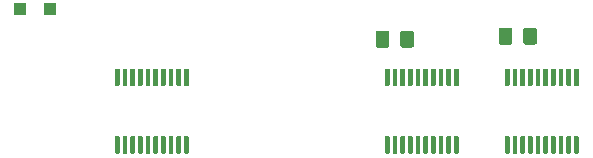
<source format=gbr>
G04 #@! TF.GenerationSoftware,KiCad,Pcbnew,5.1.5+dfsg1-2build2*
G04 #@! TF.CreationDate,2022-10-01T19:43:28+01:00*
G04 #@! TF.ProjectId,zx-memory-16-32,7a782d6d-656d-46f7-9279-2d31362d3332,rev?*
G04 #@! TF.SameCoordinates,Original*
G04 #@! TF.FileFunction,Paste,Bot*
G04 #@! TF.FilePolarity,Positive*
%FSLAX46Y46*%
G04 Gerber Fmt 4.6, Leading zero omitted, Abs format (unit mm)*
G04 Created by KiCad (PCBNEW 5.1.5+dfsg1-2build2) date 2022-10-01 19:43:28*
%MOMM*%
%LPD*%
G04 APERTURE LIST*
%ADD10C,0.100000*%
%ADD11R,1.000000X1.000000*%
G04 APERTURE END LIST*
D10*
G36*
X47984802Y-91025482D02*
G01*
X47994509Y-91026921D01*
X48004028Y-91029306D01*
X48013268Y-91032612D01*
X48022140Y-91036808D01*
X48030557Y-91041853D01*
X48038439Y-91047699D01*
X48045711Y-91054289D01*
X48052301Y-91061561D01*
X48058147Y-91069443D01*
X48063192Y-91077860D01*
X48067388Y-91086732D01*
X48070694Y-91095972D01*
X48073079Y-91105491D01*
X48074518Y-91115198D01*
X48075000Y-91125000D01*
X48075000Y-92400000D01*
X48074518Y-92409802D01*
X48073079Y-92419509D01*
X48070694Y-92429028D01*
X48067388Y-92438268D01*
X48063192Y-92447140D01*
X48058147Y-92455557D01*
X48052301Y-92463439D01*
X48045711Y-92470711D01*
X48038439Y-92477301D01*
X48030557Y-92483147D01*
X48022140Y-92488192D01*
X48013268Y-92492388D01*
X48004028Y-92495694D01*
X47994509Y-92498079D01*
X47984802Y-92499518D01*
X47975000Y-92500000D01*
X47775000Y-92500000D01*
X47765198Y-92499518D01*
X47755491Y-92498079D01*
X47745972Y-92495694D01*
X47736732Y-92492388D01*
X47727860Y-92488192D01*
X47719443Y-92483147D01*
X47711561Y-92477301D01*
X47704289Y-92470711D01*
X47697699Y-92463439D01*
X47691853Y-92455557D01*
X47686808Y-92447140D01*
X47682612Y-92438268D01*
X47679306Y-92429028D01*
X47676921Y-92419509D01*
X47675482Y-92409802D01*
X47675000Y-92400000D01*
X47675000Y-91125000D01*
X47675482Y-91115198D01*
X47676921Y-91105491D01*
X47679306Y-91095972D01*
X47682612Y-91086732D01*
X47686808Y-91077860D01*
X47691853Y-91069443D01*
X47697699Y-91061561D01*
X47704289Y-91054289D01*
X47711561Y-91047699D01*
X47719443Y-91041853D01*
X47727860Y-91036808D01*
X47736732Y-91032612D01*
X47745972Y-91029306D01*
X47755491Y-91026921D01*
X47765198Y-91025482D01*
X47775000Y-91025000D01*
X47975000Y-91025000D01*
X47984802Y-91025482D01*
G37*
G36*
X48634802Y-91025482D02*
G01*
X48644509Y-91026921D01*
X48654028Y-91029306D01*
X48663268Y-91032612D01*
X48672140Y-91036808D01*
X48680557Y-91041853D01*
X48688439Y-91047699D01*
X48695711Y-91054289D01*
X48702301Y-91061561D01*
X48708147Y-91069443D01*
X48713192Y-91077860D01*
X48717388Y-91086732D01*
X48720694Y-91095972D01*
X48723079Y-91105491D01*
X48724518Y-91115198D01*
X48725000Y-91125000D01*
X48725000Y-92400000D01*
X48724518Y-92409802D01*
X48723079Y-92419509D01*
X48720694Y-92429028D01*
X48717388Y-92438268D01*
X48713192Y-92447140D01*
X48708147Y-92455557D01*
X48702301Y-92463439D01*
X48695711Y-92470711D01*
X48688439Y-92477301D01*
X48680557Y-92483147D01*
X48672140Y-92488192D01*
X48663268Y-92492388D01*
X48654028Y-92495694D01*
X48644509Y-92498079D01*
X48634802Y-92499518D01*
X48625000Y-92500000D01*
X48425000Y-92500000D01*
X48415198Y-92499518D01*
X48405491Y-92498079D01*
X48395972Y-92495694D01*
X48386732Y-92492388D01*
X48377860Y-92488192D01*
X48369443Y-92483147D01*
X48361561Y-92477301D01*
X48354289Y-92470711D01*
X48347699Y-92463439D01*
X48341853Y-92455557D01*
X48336808Y-92447140D01*
X48332612Y-92438268D01*
X48329306Y-92429028D01*
X48326921Y-92419509D01*
X48325482Y-92409802D01*
X48325000Y-92400000D01*
X48325000Y-91125000D01*
X48325482Y-91115198D01*
X48326921Y-91105491D01*
X48329306Y-91095972D01*
X48332612Y-91086732D01*
X48336808Y-91077860D01*
X48341853Y-91069443D01*
X48347699Y-91061561D01*
X48354289Y-91054289D01*
X48361561Y-91047699D01*
X48369443Y-91041853D01*
X48377860Y-91036808D01*
X48386732Y-91032612D01*
X48395972Y-91029306D01*
X48405491Y-91026921D01*
X48415198Y-91025482D01*
X48425000Y-91025000D01*
X48625000Y-91025000D01*
X48634802Y-91025482D01*
G37*
G36*
X49284802Y-91025482D02*
G01*
X49294509Y-91026921D01*
X49304028Y-91029306D01*
X49313268Y-91032612D01*
X49322140Y-91036808D01*
X49330557Y-91041853D01*
X49338439Y-91047699D01*
X49345711Y-91054289D01*
X49352301Y-91061561D01*
X49358147Y-91069443D01*
X49363192Y-91077860D01*
X49367388Y-91086732D01*
X49370694Y-91095972D01*
X49373079Y-91105491D01*
X49374518Y-91115198D01*
X49375000Y-91125000D01*
X49375000Y-92400000D01*
X49374518Y-92409802D01*
X49373079Y-92419509D01*
X49370694Y-92429028D01*
X49367388Y-92438268D01*
X49363192Y-92447140D01*
X49358147Y-92455557D01*
X49352301Y-92463439D01*
X49345711Y-92470711D01*
X49338439Y-92477301D01*
X49330557Y-92483147D01*
X49322140Y-92488192D01*
X49313268Y-92492388D01*
X49304028Y-92495694D01*
X49294509Y-92498079D01*
X49284802Y-92499518D01*
X49275000Y-92500000D01*
X49075000Y-92500000D01*
X49065198Y-92499518D01*
X49055491Y-92498079D01*
X49045972Y-92495694D01*
X49036732Y-92492388D01*
X49027860Y-92488192D01*
X49019443Y-92483147D01*
X49011561Y-92477301D01*
X49004289Y-92470711D01*
X48997699Y-92463439D01*
X48991853Y-92455557D01*
X48986808Y-92447140D01*
X48982612Y-92438268D01*
X48979306Y-92429028D01*
X48976921Y-92419509D01*
X48975482Y-92409802D01*
X48975000Y-92400000D01*
X48975000Y-91125000D01*
X48975482Y-91115198D01*
X48976921Y-91105491D01*
X48979306Y-91095972D01*
X48982612Y-91086732D01*
X48986808Y-91077860D01*
X48991853Y-91069443D01*
X48997699Y-91061561D01*
X49004289Y-91054289D01*
X49011561Y-91047699D01*
X49019443Y-91041853D01*
X49027860Y-91036808D01*
X49036732Y-91032612D01*
X49045972Y-91029306D01*
X49055491Y-91026921D01*
X49065198Y-91025482D01*
X49075000Y-91025000D01*
X49275000Y-91025000D01*
X49284802Y-91025482D01*
G37*
G36*
X49934802Y-91025482D02*
G01*
X49944509Y-91026921D01*
X49954028Y-91029306D01*
X49963268Y-91032612D01*
X49972140Y-91036808D01*
X49980557Y-91041853D01*
X49988439Y-91047699D01*
X49995711Y-91054289D01*
X50002301Y-91061561D01*
X50008147Y-91069443D01*
X50013192Y-91077860D01*
X50017388Y-91086732D01*
X50020694Y-91095972D01*
X50023079Y-91105491D01*
X50024518Y-91115198D01*
X50025000Y-91125000D01*
X50025000Y-92400000D01*
X50024518Y-92409802D01*
X50023079Y-92419509D01*
X50020694Y-92429028D01*
X50017388Y-92438268D01*
X50013192Y-92447140D01*
X50008147Y-92455557D01*
X50002301Y-92463439D01*
X49995711Y-92470711D01*
X49988439Y-92477301D01*
X49980557Y-92483147D01*
X49972140Y-92488192D01*
X49963268Y-92492388D01*
X49954028Y-92495694D01*
X49944509Y-92498079D01*
X49934802Y-92499518D01*
X49925000Y-92500000D01*
X49725000Y-92500000D01*
X49715198Y-92499518D01*
X49705491Y-92498079D01*
X49695972Y-92495694D01*
X49686732Y-92492388D01*
X49677860Y-92488192D01*
X49669443Y-92483147D01*
X49661561Y-92477301D01*
X49654289Y-92470711D01*
X49647699Y-92463439D01*
X49641853Y-92455557D01*
X49636808Y-92447140D01*
X49632612Y-92438268D01*
X49629306Y-92429028D01*
X49626921Y-92419509D01*
X49625482Y-92409802D01*
X49625000Y-92400000D01*
X49625000Y-91125000D01*
X49625482Y-91115198D01*
X49626921Y-91105491D01*
X49629306Y-91095972D01*
X49632612Y-91086732D01*
X49636808Y-91077860D01*
X49641853Y-91069443D01*
X49647699Y-91061561D01*
X49654289Y-91054289D01*
X49661561Y-91047699D01*
X49669443Y-91041853D01*
X49677860Y-91036808D01*
X49686732Y-91032612D01*
X49695972Y-91029306D01*
X49705491Y-91026921D01*
X49715198Y-91025482D01*
X49725000Y-91025000D01*
X49925000Y-91025000D01*
X49934802Y-91025482D01*
G37*
G36*
X50584802Y-91025482D02*
G01*
X50594509Y-91026921D01*
X50604028Y-91029306D01*
X50613268Y-91032612D01*
X50622140Y-91036808D01*
X50630557Y-91041853D01*
X50638439Y-91047699D01*
X50645711Y-91054289D01*
X50652301Y-91061561D01*
X50658147Y-91069443D01*
X50663192Y-91077860D01*
X50667388Y-91086732D01*
X50670694Y-91095972D01*
X50673079Y-91105491D01*
X50674518Y-91115198D01*
X50675000Y-91125000D01*
X50675000Y-92400000D01*
X50674518Y-92409802D01*
X50673079Y-92419509D01*
X50670694Y-92429028D01*
X50667388Y-92438268D01*
X50663192Y-92447140D01*
X50658147Y-92455557D01*
X50652301Y-92463439D01*
X50645711Y-92470711D01*
X50638439Y-92477301D01*
X50630557Y-92483147D01*
X50622140Y-92488192D01*
X50613268Y-92492388D01*
X50604028Y-92495694D01*
X50594509Y-92498079D01*
X50584802Y-92499518D01*
X50575000Y-92500000D01*
X50375000Y-92500000D01*
X50365198Y-92499518D01*
X50355491Y-92498079D01*
X50345972Y-92495694D01*
X50336732Y-92492388D01*
X50327860Y-92488192D01*
X50319443Y-92483147D01*
X50311561Y-92477301D01*
X50304289Y-92470711D01*
X50297699Y-92463439D01*
X50291853Y-92455557D01*
X50286808Y-92447140D01*
X50282612Y-92438268D01*
X50279306Y-92429028D01*
X50276921Y-92419509D01*
X50275482Y-92409802D01*
X50275000Y-92400000D01*
X50275000Y-91125000D01*
X50275482Y-91115198D01*
X50276921Y-91105491D01*
X50279306Y-91095972D01*
X50282612Y-91086732D01*
X50286808Y-91077860D01*
X50291853Y-91069443D01*
X50297699Y-91061561D01*
X50304289Y-91054289D01*
X50311561Y-91047699D01*
X50319443Y-91041853D01*
X50327860Y-91036808D01*
X50336732Y-91032612D01*
X50345972Y-91029306D01*
X50355491Y-91026921D01*
X50365198Y-91025482D01*
X50375000Y-91025000D01*
X50575000Y-91025000D01*
X50584802Y-91025482D01*
G37*
G36*
X51234802Y-91025482D02*
G01*
X51244509Y-91026921D01*
X51254028Y-91029306D01*
X51263268Y-91032612D01*
X51272140Y-91036808D01*
X51280557Y-91041853D01*
X51288439Y-91047699D01*
X51295711Y-91054289D01*
X51302301Y-91061561D01*
X51308147Y-91069443D01*
X51313192Y-91077860D01*
X51317388Y-91086732D01*
X51320694Y-91095972D01*
X51323079Y-91105491D01*
X51324518Y-91115198D01*
X51325000Y-91125000D01*
X51325000Y-92400000D01*
X51324518Y-92409802D01*
X51323079Y-92419509D01*
X51320694Y-92429028D01*
X51317388Y-92438268D01*
X51313192Y-92447140D01*
X51308147Y-92455557D01*
X51302301Y-92463439D01*
X51295711Y-92470711D01*
X51288439Y-92477301D01*
X51280557Y-92483147D01*
X51272140Y-92488192D01*
X51263268Y-92492388D01*
X51254028Y-92495694D01*
X51244509Y-92498079D01*
X51234802Y-92499518D01*
X51225000Y-92500000D01*
X51025000Y-92500000D01*
X51015198Y-92499518D01*
X51005491Y-92498079D01*
X50995972Y-92495694D01*
X50986732Y-92492388D01*
X50977860Y-92488192D01*
X50969443Y-92483147D01*
X50961561Y-92477301D01*
X50954289Y-92470711D01*
X50947699Y-92463439D01*
X50941853Y-92455557D01*
X50936808Y-92447140D01*
X50932612Y-92438268D01*
X50929306Y-92429028D01*
X50926921Y-92419509D01*
X50925482Y-92409802D01*
X50925000Y-92400000D01*
X50925000Y-91125000D01*
X50925482Y-91115198D01*
X50926921Y-91105491D01*
X50929306Y-91095972D01*
X50932612Y-91086732D01*
X50936808Y-91077860D01*
X50941853Y-91069443D01*
X50947699Y-91061561D01*
X50954289Y-91054289D01*
X50961561Y-91047699D01*
X50969443Y-91041853D01*
X50977860Y-91036808D01*
X50986732Y-91032612D01*
X50995972Y-91029306D01*
X51005491Y-91026921D01*
X51015198Y-91025482D01*
X51025000Y-91025000D01*
X51225000Y-91025000D01*
X51234802Y-91025482D01*
G37*
G36*
X51884802Y-91025482D02*
G01*
X51894509Y-91026921D01*
X51904028Y-91029306D01*
X51913268Y-91032612D01*
X51922140Y-91036808D01*
X51930557Y-91041853D01*
X51938439Y-91047699D01*
X51945711Y-91054289D01*
X51952301Y-91061561D01*
X51958147Y-91069443D01*
X51963192Y-91077860D01*
X51967388Y-91086732D01*
X51970694Y-91095972D01*
X51973079Y-91105491D01*
X51974518Y-91115198D01*
X51975000Y-91125000D01*
X51975000Y-92400000D01*
X51974518Y-92409802D01*
X51973079Y-92419509D01*
X51970694Y-92429028D01*
X51967388Y-92438268D01*
X51963192Y-92447140D01*
X51958147Y-92455557D01*
X51952301Y-92463439D01*
X51945711Y-92470711D01*
X51938439Y-92477301D01*
X51930557Y-92483147D01*
X51922140Y-92488192D01*
X51913268Y-92492388D01*
X51904028Y-92495694D01*
X51894509Y-92498079D01*
X51884802Y-92499518D01*
X51875000Y-92500000D01*
X51675000Y-92500000D01*
X51665198Y-92499518D01*
X51655491Y-92498079D01*
X51645972Y-92495694D01*
X51636732Y-92492388D01*
X51627860Y-92488192D01*
X51619443Y-92483147D01*
X51611561Y-92477301D01*
X51604289Y-92470711D01*
X51597699Y-92463439D01*
X51591853Y-92455557D01*
X51586808Y-92447140D01*
X51582612Y-92438268D01*
X51579306Y-92429028D01*
X51576921Y-92419509D01*
X51575482Y-92409802D01*
X51575000Y-92400000D01*
X51575000Y-91125000D01*
X51575482Y-91115198D01*
X51576921Y-91105491D01*
X51579306Y-91095972D01*
X51582612Y-91086732D01*
X51586808Y-91077860D01*
X51591853Y-91069443D01*
X51597699Y-91061561D01*
X51604289Y-91054289D01*
X51611561Y-91047699D01*
X51619443Y-91041853D01*
X51627860Y-91036808D01*
X51636732Y-91032612D01*
X51645972Y-91029306D01*
X51655491Y-91026921D01*
X51665198Y-91025482D01*
X51675000Y-91025000D01*
X51875000Y-91025000D01*
X51884802Y-91025482D01*
G37*
G36*
X52534802Y-91025482D02*
G01*
X52544509Y-91026921D01*
X52554028Y-91029306D01*
X52563268Y-91032612D01*
X52572140Y-91036808D01*
X52580557Y-91041853D01*
X52588439Y-91047699D01*
X52595711Y-91054289D01*
X52602301Y-91061561D01*
X52608147Y-91069443D01*
X52613192Y-91077860D01*
X52617388Y-91086732D01*
X52620694Y-91095972D01*
X52623079Y-91105491D01*
X52624518Y-91115198D01*
X52625000Y-91125000D01*
X52625000Y-92400000D01*
X52624518Y-92409802D01*
X52623079Y-92419509D01*
X52620694Y-92429028D01*
X52617388Y-92438268D01*
X52613192Y-92447140D01*
X52608147Y-92455557D01*
X52602301Y-92463439D01*
X52595711Y-92470711D01*
X52588439Y-92477301D01*
X52580557Y-92483147D01*
X52572140Y-92488192D01*
X52563268Y-92492388D01*
X52554028Y-92495694D01*
X52544509Y-92498079D01*
X52534802Y-92499518D01*
X52525000Y-92500000D01*
X52325000Y-92500000D01*
X52315198Y-92499518D01*
X52305491Y-92498079D01*
X52295972Y-92495694D01*
X52286732Y-92492388D01*
X52277860Y-92488192D01*
X52269443Y-92483147D01*
X52261561Y-92477301D01*
X52254289Y-92470711D01*
X52247699Y-92463439D01*
X52241853Y-92455557D01*
X52236808Y-92447140D01*
X52232612Y-92438268D01*
X52229306Y-92429028D01*
X52226921Y-92419509D01*
X52225482Y-92409802D01*
X52225000Y-92400000D01*
X52225000Y-91125000D01*
X52225482Y-91115198D01*
X52226921Y-91105491D01*
X52229306Y-91095972D01*
X52232612Y-91086732D01*
X52236808Y-91077860D01*
X52241853Y-91069443D01*
X52247699Y-91061561D01*
X52254289Y-91054289D01*
X52261561Y-91047699D01*
X52269443Y-91041853D01*
X52277860Y-91036808D01*
X52286732Y-91032612D01*
X52295972Y-91029306D01*
X52305491Y-91026921D01*
X52315198Y-91025482D01*
X52325000Y-91025000D01*
X52525000Y-91025000D01*
X52534802Y-91025482D01*
G37*
G36*
X53184802Y-91025482D02*
G01*
X53194509Y-91026921D01*
X53204028Y-91029306D01*
X53213268Y-91032612D01*
X53222140Y-91036808D01*
X53230557Y-91041853D01*
X53238439Y-91047699D01*
X53245711Y-91054289D01*
X53252301Y-91061561D01*
X53258147Y-91069443D01*
X53263192Y-91077860D01*
X53267388Y-91086732D01*
X53270694Y-91095972D01*
X53273079Y-91105491D01*
X53274518Y-91115198D01*
X53275000Y-91125000D01*
X53275000Y-92400000D01*
X53274518Y-92409802D01*
X53273079Y-92419509D01*
X53270694Y-92429028D01*
X53267388Y-92438268D01*
X53263192Y-92447140D01*
X53258147Y-92455557D01*
X53252301Y-92463439D01*
X53245711Y-92470711D01*
X53238439Y-92477301D01*
X53230557Y-92483147D01*
X53222140Y-92488192D01*
X53213268Y-92492388D01*
X53204028Y-92495694D01*
X53194509Y-92498079D01*
X53184802Y-92499518D01*
X53175000Y-92500000D01*
X52975000Y-92500000D01*
X52965198Y-92499518D01*
X52955491Y-92498079D01*
X52945972Y-92495694D01*
X52936732Y-92492388D01*
X52927860Y-92488192D01*
X52919443Y-92483147D01*
X52911561Y-92477301D01*
X52904289Y-92470711D01*
X52897699Y-92463439D01*
X52891853Y-92455557D01*
X52886808Y-92447140D01*
X52882612Y-92438268D01*
X52879306Y-92429028D01*
X52876921Y-92419509D01*
X52875482Y-92409802D01*
X52875000Y-92400000D01*
X52875000Y-91125000D01*
X52875482Y-91115198D01*
X52876921Y-91105491D01*
X52879306Y-91095972D01*
X52882612Y-91086732D01*
X52886808Y-91077860D01*
X52891853Y-91069443D01*
X52897699Y-91061561D01*
X52904289Y-91054289D01*
X52911561Y-91047699D01*
X52919443Y-91041853D01*
X52927860Y-91036808D01*
X52936732Y-91032612D01*
X52945972Y-91029306D01*
X52955491Y-91026921D01*
X52965198Y-91025482D01*
X52975000Y-91025000D01*
X53175000Y-91025000D01*
X53184802Y-91025482D01*
G37*
G36*
X53834802Y-91025482D02*
G01*
X53844509Y-91026921D01*
X53854028Y-91029306D01*
X53863268Y-91032612D01*
X53872140Y-91036808D01*
X53880557Y-91041853D01*
X53888439Y-91047699D01*
X53895711Y-91054289D01*
X53902301Y-91061561D01*
X53908147Y-91069443D01*
X53913192Y-91077860D01*
X53917388Y-91086732D01*
X53920694Y-91095972D01*
X53923079Y-91105491D01*
X53924518Y-91115198D01*
X53925000Y-91125000D01*
X53925000Y-92400000D01*
X53924518Y-92409802D01*
X53923079Y-92419509D01*
X53920694Y-92429028D01*
X53917388Y-92438268D01*
X53913192Y-92447140D01*
X53908147Y-92455557D01*
X53902301Y-92463439D01*
X53895711Y-92470711D01*
X53888439Y-92477301D01*
X53880557Y-92483147D01*
X53872140Y-92488192D01*
X53863268Y-92492388D01*
X53854028Y-92495694D01*
X53844509Y-92498079D01*
X53834802Y-92499518D01*
X53825000Y-92500000D01*
X53625000Y-92500000D01*
X53615198Y-92499518D01*
X53605491Y-92498079D01*
X53595972Y-92495694D01*
X53586732Y-92492388D01*
X53577860Y-92488192D01*
X53569443Y-92483147D01*
X53561561Y-92477301D01*
X53554289Y-92470711D01*
X53547699Y-92463439D01*
X53541853Y-92455557D01*
X53536808Y-92447140D01*
X53532612Y-92438268D01*
X53529306Y-92429028D01*
X53526921Y-92419509D01*
X53525482Y-92409802D01*
X53525000Y-92400000D01*
X53525000Y-91125000D01*
X53525482Y-91115198D01*
X53526921Y-91105491D01*
X53529306Y-91095972D01*
X53532612Y-91086732D01*
X53536808Y-91077860D01*
X53541853Y-91069443D01*
X53547699Y-91061561D01*
X53554289Y-91054289D01*
X53561561Y-91047699D01*
X53569443Y-91041853D01*
X53577860Y-91036808D01*
X53586732Y-91032612D01*
X53595972Y-91029306D01*
X53605491Y-91026921D01*
X53615198Y-91025482D01*
X53625000Y-91025000D01*
X53825000Y-91025000D01*
X53834802Y-91025482D01*
G37*
G36*
X53834802Y-85300482D02*
G01*
X53844509Y-85301921D01*
X53854028Y-85304306D01*
X53863268Y-85307612D01*
X53872140Y-85311808D01*
X53880557Y-85316853D01*
X53888439Y-85322699D01*
X53895711Y-85329289D01*
X53902301Y-85336561D01*
X53908147Y-85344443D01*
X53913192Y-85352860D01*
X53917388Y-85361732D01*
X53920694Y-85370972D01*
X53923079Y-85380491D01*
X53924518Y-85390198D01*
X53925000Y-85400000D01*
X53925000Y-86675000D01*
X53924518Y-86684802D01*
X53923079Y-86694509D01*
X53920694Y-86704028D01*
X53917388Y-86713268D01*
X53913192Y-86722140D01*
X53908147Y-86730557D01*
X53902301Y-86738439D01*
X53895711Y-86745711D01*
X53888439Y-86752301D01*
X53880557Y-86758147D01*
X53872140Y-86763192D01*
X53863268Y-86767388D01*
X53854028Y-86770694D01*
X53844509Y-86773079D01*
X53834802Y-86774518D01*
X53825000Y-86775000D01*
X53625000Y-86775000D01*
X53615198Y-86774518D01*
X53605491Y-86773079D01*
X53595972Y-86770694D01*
X53586732Y-86767388D01*
X53577860Y-86763192D01*
X53569443Y-86758147D01*
X53561561Y-86752301D01*
X53554289Y-86745711D01*
X53547699Y-86738439D01*
X53541853Y-86730557D01*
X53536808Y-86722140D01*
X53532612Y-86713268D01*
X53529306Y-86704028D01*
X53526921Y-86694509D01*
X53525482Y-86684802D01*
X53525000Y-86675000D01*
X53525000Y-85400000D01*
X53525482Y-85390198D01*
X53526921Y-85380491D01*
X53529306Y-85370972D01*
X53532612Y-85361732D01*
X53536808Y-85352860D01*
X53541853Y-85344443D01*
X53547699Y-85336561D01*
X53554289Y-85329289D01*
X53561561Y-85322699D01*
X53569443Y-85316853D01*
X53577860Y-85311808D01*
X53586732Y-85307612D01*
X53595972Y-85304306D01*
X53605491Y-85301921D01*
X53615198Y-85300482D01*
X53625000Y-85300000D01*
X53825000Y-85300000D01*
X53834802Y-85300482D01*
G37*
G36*
X53184802Y-85300482D02*
G01*
X53194509Y-85301921D01*
X53204028Y-85304306D01*
X53213268Y-85307612D01*
X53222140Y-85311808D01*
X53230557Y-85316853D01*
X53238439Y-85322699D01*
X53245711Y-85329289D01*
X53252301Y-85336561D01*
X53258147Y-85344443D01*
X53263192Y-85352860D01*
X53267388Y-85361732D01*
X53270694Y-85370972D01*
X53273079Y-85380491D01*
X53274518Y-85390198D01*
X53275000Y-85400000D01*
X53275000Y-86675000D01*
X53274518Y-86684802D01*
X53273079Y-86694509D01*
X53270694Y-86704028D01*
X53267388Y-86713268D01*
X53263192Y-86722140D01*
X53258147Y-86730557D01*
X53252301Y-86738439D01*
X53245711Y-86745711D01*
X53238439Y-86752301D01*
X53230557Y-86758147D01*
X53222140Y-86763192D01*
X53213268Y-86767388D01*
X53204028Y-86770694D01*
X53194509Y-86773079D01*
X53184802Y-86774518D01*
X53175000Y-86775000D01*
X52975000Y-86775000D01*
X52965198Y-86774518D01*
X52955491Y-86773079D01*
X52945972Y-86770694D01*
X52936732Y-86767388D01*
X52927860Y-86763192D01*
X52919443Y-86758147D01*
X52911561Y-86752301D01*
X52904289Y-86745711D01*
X52897699Y-86738439D01*
X52891853Y-86730557D01*
X52886808Y-86722140D01*
X52882612Y-86713268D01*
X52879306Y-86704028D01*
X52876921Y-86694509D01*
X52875482Y-86684802D01*
X52875000Y-86675000D01*
X52875000Y-85400000D01*
X52875482Y-85390198D01*
X52876921Y-85380491D01*
X52879306Y-85370972D01*
X52882612Y-85361732D01*
X52886808Y-85352860D01*
X52891853Y-85344443D01*
X52897699Y-85336561D01*
X52904289Y-85329289D01*
X52911561Y-85322699D01*
X52919443Y-85316853D01*
X52927860Y-85311808D01*
X52936732Y-85307612D01*
X52945972Y-85304306D01*
X52955491Y-85301921D01*
X52965198Y-85300482D01*
X52975000Y-85300000D01*
X53175000Y-85300000D01*
X53184802Y-85300482D01*
G37*
G36*
X52534802Y-85300482D02*
G01*
X52544509Y-85301921D01*
X52554028Y-85304306D01*
X52563268Y-85307612D01*
X52572140Y-85311808D01*
X52580557Y-85316853D01*
X52588439Y-85322699D01*
X52595711Y-85329289D01*
X52602301Y-85336561D01*
X52608147Y-85344443D01*
X52613192Y-85352860D01*
X52617388Y-85361732D01*
X52620694Y-85370972D01*
X52623079Y-85380491D01*
X52624518Y-85390198D01*
X52625000Y-85400000D01*
X52625000Y-86675000D01*
X52624518Y-86684802D01*
X52623079Y-86694509D01*
X52620694Y-86704028D01*
X52617388Y-86713268D01*
X52613192Y-86722140D01*
X52608147Y-86730557D01*
X52602301Y-86738439D01*
X52595711Y-86745711D01*
X52588439Y-86752301D01*
X52580557Y-86758147D01*
X52572140Y-86763192D01*
X52563268Y-86767388D01*
X52554028Y-86770694D01*
X52544509Y-86773079D01*
X52534802Y-86774518D01*
X52525000Y-86775000D01*
X52325000Y-86775000D01*
X52315198Y-86774518D01*
X52305491Y-86773079D01*
X52295972Y-86770694D01*
X52286732Y-86767388D01*
X52277860Y-86763192D01*
X52269443Y-86758147D01*
X52261561Y-86752301D01*
X52254289Y-86745711D01*
X52247699Y-86738439D01*
X52241853Y-86730557D01*
X52236808Y-86722140D01*
X52232612Y-86713268D01*
X52229306Y-86704028D01*
X52226921Y-86694509D01*
X52225482Y-86684802D01*
X52225000Y-86675000D01*
X52225000Y-85400000D01*
X52225482Y-85390198D01*
X52226921Y-85380491D01*
X52229306Y-85370972D01*
X52232612Y-85361732D01*
X52236808Y-85352860D01*
X52241853Y-85344443D01*
X52247699Y-85336561D01*
X52254289Y-85329289D01*
X52261561Y-85322699D01*
X52269443Y-85316853D01*
X52277860Y-85311808D01*
X52286732Y-85307612D01*
X52295972Y-85304306D01*
X52305491Y-85301921D01*
X52315198Y-85300482D01*
X52325000Y-85300000D01*
X52525000Y-85300000D01*
X52534802Y-85300482D01*
G37*
G36*
X51884802Y-85300482D02*
G01*
X51894509Y-85301921D01*
X51904028Y-85304306D01*
X51913268Y-85307612D01*
X51922140Y-85311808D01*
X51930557Y-85316853D01*
X51938439Y-85322699D01*
X51945711Y-85329289D01*
X51952301Y-85336561D01*
X51958147Y-85344443D01*
X51963192Y-85352860D01*
X51967388Y-85361732D01*
X51970694Y-85370972D01*
X51973079Y-85380491D01*
X51974518Y-85390198D01*
X51975000Y-85400000D01*
X51975000Y-86675000D01*
X51974518Y-86684802D01*
X51973079Y-86694509D01*
X51970694Y-86704028D01*
X51967388Y-86713268D01*
X51963192Y-86722140D01*
X51958147Y-86730557D01*
X51952301Y-86738439D01*
X51945711Y-86745711D01*
X51938439Y-86752301D01*
X51930557Y-86758147D01*
X51922140Y-86763192D01*
X51913268Y-86767388D01*
X51904028Y-86770694D01*
X51894509Y-86773079D01*
X51884802Y-86774518D01*
X51875000Y-86775000D01*
X51675000Y-86775000D01*
X51665198Y-86774518D01*
X51655491Y-86773079D01*
X51645972Y-86770694D01*
X51636732Y-86767388D01*
X51627860Y-86763192D01*
X51619443Y-86758147D01*
X51611561Y-86752301D01*
X51604289Y-86745711D01*
X51597699Y-86738439D01*
X51591853Y-86730557D01*
X51586808Y-86722140D01*
X51582612Y-86713268D01*
X51579306Y-86704028D01*
X51576921Y-86694509D01*
X51575482Y-86684802D01*
X51575000Y-86675000D01*
X51575000Y-85400000D01*
X51575482Y-85390198D01*
X51576921Y-85380491D01*
X51579306Y-85370972D01*
X51582612Y-85361732D01*
X51586808Y-85352860D01*
X51591853Y-85344443D01*
X51597699Y-85336561D01*
X51604289Y-85329289D01*
X51611561Y-85322699D01*
X51619443Y-85316853D01*
X51627860Y-85311808D01*
X51636732Y-85307612D01*
X51645972Y-85304306D01*
X51655491Y-85301921D01*
X51665198Y-85300482D01*
X51675000Y-85300000D01*
X51875000Y-85300000D01*
X51884802Y-85300482D01*
G37*
G36*
X51234802Y-85300482D02*
G01*
X51244509Y-85301921D01*
X51254028Y-85304306D01*
X51263268Y-85307612D01*
X51272140Y-85311808D01*
X51280557Y-85316853D01*
X51288439Y-85322699D01*
X51295711Y-85329289D01*
X51302301Y-85336561D01*
X51308147Y-85344443D01*
X51313192Y-85352860D01*
X51317388Y-85361732D01*
X51320694Y-85370972D01*
X51323079Y-85380491D01*
X51324518Y-85390198D01*
X51325000Y-85400000D01*
X51325000Y-86675000D01*
X51324518Y-86684802D01*
X51323079Y-86694509D01*
X51320694Y-86704028D01*
X51317388Y-86713268D01*
X51313192Y-86722140D01*
X51308147Y-86730557D01*
X51302301Y-86738439D01*
X51295711Y-86745711D01*
X51288439Y-86752301D01*
X51280557Y-86758147D01*
X51272140Y-86763192D01*
X51263268Y-86767388D01*
X51254028Y-86770694D01*
X51244509Y-86773079D01*
X51234802Y-86774518D01*
X51225000Y-86775000D01*
X51025000Y-86775000D01*
X51015198Y-86774518D01*
X51005491Y-86773079D01*
X50995972Y-86770694D01*
X50986732Y-86767388D01*
X50977860Y-86763192D01*
X50969443Y-86758147D01*
X50961561Y-86752301D01*
X50954289Y-86745711D01*
X50947699Y-86738439D01*
X50941853Y-86730557D01*
X50936808Y-86722140D01*
X50932612Y-86713268D01*
X50929306Y-86704028D01*
X50926921Y-86694509D01*
X50925482Y-86684802D01*
X50925000Y-86675000D01*
X50925000Y-85400000D01*
X50925482Y-85390198D01*
X50926921Y-85380491D01*
X50929306Y-85370972D01*
X50932612Y-85361732D01*
X50936808Y-85352860D01*
X50941853Y-85344443D01*
X50947699Y-85336561D01*
X50954289Y-85329289D01*
X50961561Y-85322699D01*
X50969443Y-85316853D01*
X50977860Y-85311808D01*
X50986732Y-85307612D01*
X50995972Y-85304306D01*
X51005491Y-85301921D01*
X51015198Y-85300482D01*
X51025000Y-85300000D01*
X51225000Y-85300000D01*
X51234802Y-85300482D01*
G37*
G36*
X50584802Y-85300482D02*
G01*
X50594509Y-85301921D01*
X50604028Y-85304306D01*
X50613268Y-85307612D01*
X50622140Y-85311808D01*
X50630557Y-85316853D01*
X50638439Y-85322699D01*
X50645711Y-85329289D01*
X50652301Y-85336561D01*
X50658147Y-85344443D01*
X50663192Y-85352860D01*
X50667388Y-85361732D01*
X50670694Y-85370972D01*
X50673079Y-85380491D01*
X50674518Y-85390198D01*
X50675000Y-85400000D01*
X50675000Y-86675000D01*
X50674518Y-86684802D01*
X50673079Y-86694509D01*
X50670694Y-86704028D01*
X50667388Y-86713268D01*
X50663192Y-86722140D01*
X50658147Y-86730557D01*
X50652301Y-86738439D01*
X50645711Y-86745711D01*
X50638439Y-86752301D01*
X50630557Y-86758147D01*
X50622140Y-86763192D01*
X50613268Y-86767388D01*
X50604028Y-86770694D01*
X50594509Y-86773079D01*
X50584802Y-86774518D01*
X50575000Y-86775000D01*
X50375000Y-86775000D01*
X50365198Y-86774518D01*
X50355491Y-86773079D01*
X50345972Y-86770694D01*
X50336732Y-86767388D01*
X50327860Y-86763192D01*
X50319443Y-86758147D01*
X50311561Y-86752301D01*
X50304289Y-86745711D01*
X50297699Y-86738439D01*
X50291853Y-86730557D01*
X50286808Y-86722140D01*
X50282612Y-86713268D01*
X50279306Y-86704028D01*
X50276921Y-86694509D01*
X50275482Y-86684802D01*
X50275000Y-86675000D01*
X50275000Y-85400000D01*
X50275482Y-85390198D01*
X50276921Y-85380491D01*
X50279306Y-85370972D01*
X50282612Y-85361732D01*
X50286808Y-85352860D01*
X50291853Y-85344443D01*
X50297699Y-85336561D01*
X50304289Y-85329289D01*
X50311561Y-85322699D01*
X50319443Y-85316853D01*
X50327860Y-85311808D01*
X50336732Y-85307612D01*
X50345972Y-85304306D01*
X50355491Y-85301921D01*
X50365198Y-85300482D01*
X50375000Y-85300000D01*
X50575000Y-85300000D01*
X50584802Y-85300482D01*
G37*
G36*
X49934802Y-85300482D02*
G01*
X49944509Y-85301921D01*
X49954028Y-85304306D01*
X49963268Y-85307612D01*
X49972140Y-85311808D01*
X49980557Y-85316853D01*
X49988439Y-85322699D01*
X49995711Y-85329289D01*
X50002301Y-85336561D01*
X50008147Y-85344443D01*
X50013192Y-85352860D01*
X50017388Y-85361732D01*
X50020694Y-85370972D01*
X50023079Y-85380491D01*
X50024518Y-85390198D01*
X50025000Y-85400000D01*
X50025000Y-86675000D01*
X50024518Y-86684802D01*
X50023079Y-86694509D01*
X50020694Y-86704028D01*
X50017388Y-86713268D01*
X50013192Y-86722140D01*
X50008147Y-86730557D01*
X50002301Y-86738439D01*
X49995711Y-86745711D01*
X49988439Y-86752301D01*
X49980557Y-86758147D01*
X49972140Y-86763192D01*
X49963268Y-86767388D01*
X49954028Y-86770694D01*
X49944509Y-86773079D01*
X49934802Y-86774518D01*
X49925000Y-86775000D01*
X49725000Y-86775000D01*
X49715198Y-86774518D01*
X49705491Y-86773079D01*
X49695972Y-86770694D01*
X49686732Y-86767388D01*
X49677860Y-86763192D01*
X49669443Y-86758147D01*
X49661561Y-86752301D01*
X49654289Y-86745711D01*
X49647699Y-86738439D01*
X49641853Y-86730557D01*
X49636808Y-86722140D01*
X49632612Y-86713268D01*
X49629306Y-86704028D01*
X49626921Y-86694509D01*
X49625482Y-86684802D01*
X49625000Y-86675000D01*
X49625000Y-85400000D01*
X49625482Y-85390198D01*
X49626921Y-85380491D01*
X49629306Y-85370972D01*
X49632612Y-85361732D01*
X49636808Y-85352860D01*
X49641853Y-85344443D01*
X49647699Y-85336561D01*
X49654289Y-85329289D01*
X49661561Y-85322699D01*
X49669443Y-85316853D01*
X49677860Y-85311808D01*
X49686732Y-85307612D01*
X49695972Y-85304306D01*
X49705491Y-85301921D01*
X49715198Y-85300482D01*
X49725000Y-85300000D01*
X49925000Y-85300000D01*
X49934802Y-85300482D01*
G37*
G36*
X49284802Y-85300482D02*
G01*
X49294509Y-85301921D01*
X49304028Y-85304306D01*
X49313268Y-85307612D01*
X49322140Y-85311808D01*
X49330557Y-85316853D01*
X49338439Y-85322699D01*
X49345711Y-85329289D01*
X49352301Y-85336561D01*
X49358147Y-85344443D01*
X49363192Y-85352860D01*
X49367388Y-85361732D01*
X49370694Y-85370972D01*
X49373079Y-85380491D01*
X49374518Y-85390198D01*
X49375000Y-85400000D01*
X49375000Y-86675000D01*
X49374518Y-86684802D01*
X49373079Y-86694509D01*
X49370694Y-86704028D01*
X49367388Y-86713268D01*
X49363192Y-86722140D01*
X49358147Y-86730557D01*
X49352301Y-86738439D01*
X49345711Y-86745711D01*
X49338439Y-86752301D01*
X49330557Y-86758147D01*
X49322140Y-86763192D01*
X49313268Y-86767388D01*
X49304028Y-86770694D01*
X49294509Y-86773079D01*
X49284802Y-86774518D01*
X49275000Y-86775000D01*
X49075000Y-86775000D01*
X49065198Y-86774518D01*
X49055491Y-86773079D01*
X49045972Y-86770694D01*
X49036732Y-86767388D01*
X49027860Y-86763192D01*
X49019443Y-86758147D01*
X49011561Y-86752301D01*
X49004289Y-86745711D01*
X48997699Y-86738439D01*
X48991853Y-86730557D01*
X48986808Y-86722140D01*
X48982612Y-86713268D01*
X48979306Y-86704028D01*
X48976921Y-86694509D01*
X48975482Y-86684802D01*
X48975000Y-86675000D01*
X48975000Y-85400000D01*
X48975482Y-85390198D01*
X48976921Y-85380491D01*
X48979306Y-85370972D01*
X48982612Y-85361732D01*
X48986808Y-85352860D01*
X48991853Y-85344443D01*
X48997699Y-85336561D01*
X49004289Y-85329289D01*
X49011561Y-85322699D01*
X49019443Y-85316853D01*
X49027860Y-85311808D01*
X49036732Y-85307612D01*
X49045972Y-85304306D01*
X49055491Y-85301921D01*
X49065198Y-85300482D01*
X49075000Y-85300000D01*
X49275000Y-85300000D01*
X49284802Y-85300482D01*
G37*
G36*
X48634802Y-85300482D02*
G01*
X48644509Y-85301921D01*
X48654028Y-85304306D01*
X48663268Y-85307612D01*
X48672140Y-85311808D01*
X48680557Y-85316853D01*
X48688439Y-85322699D01*
X48695711Y-85329289D01*
X48702301Y-85336561D01*
X48708147Y-85344443D01*
X48713192Y-85352860D01*
X48717388Y-85361732D01*
X48720694Y-85370972D01*
X48723079Y-85380491D01*
X48724518Y-85390198D01*
X48725000Y-85400000D01*
X48725000Y-86675000D01*
X48724518Y-86684802D01*
X48723079Y-86694509D01*
X48720694Y-86704028D01*
X48717388Y-86713268D01*
X48713192Y-86722140D01*
X48708147Y-86730557D01*
X48702301Y-86738439D01*
X48695711Y-86745711D01*
X48688439Y-86752301D01*
X48680557Y-86758147D01*
X48672140Y-86763192D01*
X48663268Y-86767388D01*
X48654028Y-86770694D01*
X48644509Y-86773079D01*
X48634802Y-86774518D01*
X48625000Y-86775000D01*
X48425000Y-86775000D01*
X48415198Y-86774518D01*
X48405491Y-86773079D01*
X48395972Y-86770694D01*
X48386732Y-86767388D01*
X48377860Y-86763192D01*
X48369443Y-86758147D01*
X48361561Y-86752301D01*
X48354289Y-86745711D01*
X48347699Y-86738439D01*
X48341853Y-86730557D01*
X48336808Y-86722140D01*
X48332612Y-86713268D01*
X48329306Y-86704028D01*
X48326921Y-86694509D01*
X48325482Y-86684802D01*
X48325000Y-86675000D01*
X48325000Y-85400000D01*
X48325482Y-85390198D01*
X48326921Y-85380491D01*
X48329306Y-85370972D01*
X48332612Y-85361732D01*
X48336808Y-85352860D01*
X48341853Y-85344443D01*
X48347699Y-85336561D01*
X48354289Y-85329289D01*
X48361561Y-85322699D01*
X48369443Y-85316853D01*
X48377860Y-85311808D01*
X48386732Y-85307612D01*
X48395972Y-85304306D01*
X48405491Y-85301921D01*
X48415198Y-85300482D01*
X48425000Y-85300000D01*
X48625000Y-85300000D01*
X48634802Y-85300482D01*
G37*
G36*
X47984802Y-85300482D02*
G01*
X47994509Y-85301921D01*
X48004028Y-85304306D01*
X48013268Y-85307612D01*
X48022140Y-85311808D01*
X48030557Y-85316853D01*
X48038439Y-85322699D01*
X48045711Y-85329289D01*
X48052301Y-85336561D01*
X48058147Y-85344443D01*
X48063192Y-85352860D01*
X48067388Y-85361732D01*
X48070694Y-85370972D01*
X48073079Y-85380491D01*
X48074518Y-85390198D01*
X48075000Y-85400000D01*
X48075000Y-86675000D01*
X48074518Y-86684802D01*
X48073079Y-86694509D01*
X48070694Y-86704028D01*
X48067388Y-86713268D01*
X48063192Y-86722140D01*
X48058147Y-86730557D01*
X48052301Y-86738439D01*
X48045711Y-86745711D01*
X48038439Y-86752301D01*
X48030557Y-86758147D01*
X48022140Y-86763192D01*
X48013268Y-86767388D01*
X48004028Y-86770694D01*
X47994509Y-86773079D01*
X47984802Y-86774518D01*
X47975000Y-86775000D01*
X47775000Y-86775000D01*
X47765198Y-86774518D01*
X47755491Y-86773079D01*
X47745972Y-86770694D01*
X47736732Y-86767388D01*
X47727860Y-86763192D01*
X47719443Y-86758147D01*
X47711561Y-86752301D01*
X47704289Y-86745711D01*
X47697699Y-86738439D01*
X47691853Y-86730557D01*
X47686808Y-86722140D01*
X47682612Y-86713268D01*
X47679306Y-86704028D01*
X47676921Y-86694509D01*
X47675482Y-86684802D01*
X47675000Y-86675000D01*
X47675000Y-85400000D01*
X47675482Y-85390198D01*
X47676921Y-85380491D01*
X47679306Y-85370972D01*
X47682612Y-85361732D01*
X47686808Y-85352860D01*
X47691853Y-85344443D01*
X47697699Y-85336561D01*
X47704289Y-85329289D01*
X47711561Y-85322699D01*
X47719443Y-85316853D01*
X47727860Y-85311808D01*
X47736732Y-85307612D01*
X47745972Y-85304306D01*
X47755491Y-85301921D01*
X47765198Y-85300482D01*
X47775000Y-85300000D01*
X47975000Y-85300000D01*
X47984802Y-85300482D01*
G37*
G36*
X81004802Y-91025482D02*
G01*
X81014509Y-91026921D01*
X81024028Y-91029306D01*
X81033268Y-91032612D01*
X81042140Y-91036808D01*
X81050557Y-91041853D01*
X81058439Y-91047699D01*
X81065711Y-91054289D01*
X81072301Y-91061561D01*
X81078147Y-91069443D01*
X81083192Y-91077860D01*
X81087388Y-91086732D01*
X81090694Y-91095972D01*
X81093079Y-91105491D01*
X81094518Y-91115198D01*
X81095000Y-91125000D01*
X81095000Y-92400000D01*
X81094518Y-92409802D01*
X81093079Y-92419509D01*
X81090694Y-92429028D01*
X81087388Y-92438268D01*
X81083192Y-92447140D01*
X81078147Y-92455557D01*
X81072301Y-92463439D01*
X81065711Y-92470711D01*
X81058439Y-92477301D01*
X81050557Y-92483147D01*
X81042140Y-92488192D01*
X81033268Y-92492388D01*
X81024028Y-92495694D01*
X81014509Y-92498079D01*
X81004802Y-92499518D01*
X80995000Y-92500000D01*
X80795000Y-92500000D01*
X80785198Y-92499518D01*
X80775491Y-92498079D01*
X80765972Y-92495694D01*
X80756732Y-92492388D01*
X80747860Y-92488192D01*
X80739443Y-92483147D01*
X80731561Y-92477301D01*
X80724289Y-92470711D01*
X80717699Y-92463439D01*
X80711853Y-92455557D01*
X80706808Y-92447140D01*
X80702612Y-92438268D01*
X80699306Y-92429028D01*
X80696921Y-92419509D01*
X80695482Y-92409802D01*
X80695000Y-92400000D01*
X80695000Y-91125000D01*
X80695482Y-91115198D01*
X80696921Y-91105491D01*
X80699306Y-91095972D01*
X80702612Y-91086732D01*
X80706808Y-91077860D01*
X80711853Y-91069443D01*
X80717699Y-91061561D01*
X80724289Y-91054289D01*
X80731561Y-91047699D01*
X80739443Y-91041853D01*
X80747860Y-91036808D01*
X80756732Y-91032612D01*
X80765972Y-91029306D01*
X80775491Y-91026921D01*
X80785198Y-91025482D01*
X80795000Y-91025000D01*
X80995000Y-91025000D01*
X81004802Y-91025482D01*
G37*
G36*
X81654802Y-91025482D02*
G01*
X81664509Y-91026921D01*
X81674028Y-91029306D01*
X81683268Y-91032612D01*
X81692140Y-91036808D01*
X81700557Y-91041853D01*
X81708439Y-91047699D01*
X81715711Y-91054289D01*
X81722301Y-91061561D01*
X81728147Y-91069443D01*
X81733192Y-91077860D01*
X81737388Y-91086732D01*
X81740694Y-91095972D01*
X81743079Y-91105491D01*
X81744518Y-91115198D01*
X81745000Y-91125000D01*
X81745000Y-92400000D01*
X81744518Y-92409802D01*
X81743079Y-92419509D01*
X81740694Y-92429028D01*
X81737388Y-92438268D01*
X81733192Y-92447140D01*
X81728147Y-92455557D01*
X81722301Y-92463439D01*
X81715711Y-92470711D01*
X81708439Y-92477301D01*
X81700557Y-92483147D01*
X81692140Y-92488192D01*
X81683268Y-92492388D01*
X81674028Y-92495694D01*
X81664509Y-92498079D01*
X81654802Y-92499518D01*
X81645000Y-92500000D01*
X81445000Y-92500000D01*
X81435198Y-92499518D01*
X81425491Y-92498079D01*
X81415972Y-92495694D01*
X81406732Y-92492388D01*
X81397860Y-92488192D01*
X81389443Y-92483147D01*
X81381561Y-92477301D01*
X81374289Y-92470711D01*
X81367699Y-92463439D01*
X81361853Y-92455557D01*
X81356808Y-92447140D01*
X81352612Y-92438268D01*
X81349306Y-92429028D01*
X81346921Y-92419509D01*
X81345482Y-92409802D01*
X81345000Y-92400000D01*
X81345000Y-91125000D01*
X81345482Y-91115198D01*
X81346921Y-91105491D01*
X81349306Y-91095972D01*
X81352612Y-91086732D01*
X81356808Y-91077860D01*
X81361853Y-91069443D01*
X81367699Y-91061561D01*
X81374289Y-91054289D01*
X81381561Y-91047699D01*
X81389443Y-91041853D01*
X81397860Y-91036808D01*
X81406732Y-91032612D01*
X81415972Y-91029306D01*
X81425491Y-91026921D01*
X81435198Y-91025482D01*
X81445000Y-91025000D01*
X81645000Y-91025000D01*
X81654802Y-91025482D01*
G37*
G36*
X82304802Y-91025482D02*
G01*
X82314509Y-91026921D01*
X82324028Y-91029306D01*
X82333268Y-91032612D01*
X82342140Y-91036808D01*
X82350557Y-91041853D01*
X82358439Y-91047699D01*
X82365711Y-91054289D01*
X82372301Y-91061561D01*
X82378147Y-91069443D01*
X82383192Y-91077860D01*
X82387388Y-91086732D01*
X82390694Y-91095972D01*
X82393079Y-91105491D01*
X82394518Y-91115198D01*
X82395000Y-91125000D01*
X82395000Y-92400000D01*
X82394518Y-92409802D01*
X82393079Y-92419509D01*
X82390694Y-92429028D01*
X82387388Y-92438268D01*
X82383192Y-92447140D01*
X82378147Y-92455557D01*
X82372301Y-92463439D01*
X82365711Y-92470711D01*
X82358439Y-92477301D01*
X82350557Y-92483147D01*
X82342140Y-92488192D01*
X82333268Y-92492388D01*
X82324028Y-92495694D01*
X82314509Y-92498079D01*
X82304802Y-92499518D01*
X82295000Y-92500000D01*
X82095000Y-92500000D01*
X82085198Y-92499518D01*
X82075491Y-92498079D01*
X82065972Y-92495694D01*
X82056732Y-92492388D01*
X82047860Y-92488192D01*
X82039443Y-92483147D01*
X82031561Y-92477301D01*
X82024289Y-92470711D01*
X82017699Y-92463439D01*
X82011853Y-92455557D01*
X82006808Y-92447140D01*
X82002612Y-92438268D01*
X81999306Y-92429028D01*
X81996921Y-92419509D01*
X81995482Y-92409802D01*
X81995000Y-92400000D01*
X81995000Y-91125000D01*
X81995482Y-91115198D01*
X81996921Y-91105491D01*
X81999306Y-91095972D01*
X82002612Y-91086732D01*
X82006808Y-91077860D01*
X82011853Y-91069443D01*
X82017699Y-91061561D01*
X82024289Y-91054289D01*
X82031561Y-91047699D01*
X82039443Y-91041853D01*
X82047860Y-91036808D01*
X82056732Y-91032612D01*
X82065972Y-91029306D01*
X82075491Y-91026921D01*
X82085198Y-91025482D01*
X82095000Y-91025000D01*
X82295000Y-91025000D01*
X82304802Y-91025482D01*
G37*
G36*
X82954802Y-91025482D02*
G01*
X82964509Y-91026921D01*
X82974028Y-91029306D01*
X82983268Y-91032612D01*
X82992140Y-91036808D01*
X83000557Y-91041853D01*
X83008439Y-91047699D01*
X83015711Y-91054289D01*
X83022301Y-91061561D01*
X83028147Y-91069443D01*
X83033192Y-91077860D01*
X83037388Y-91086732D01*
X83040694Y-91095972D01*
X83043079Y-91105491D01*
X83044518Y-91115198D01*
X83045000Y-91125000D01*
X83045000Y-92400000D01*
X83044518Y-92409802D01*
X83043079Y-92419509D01*
X83040694Y-92429028D01*
X83037388Y-92438268D01*
X83033192Y-92447140D01*
X83028147Y-92455557D01*
X83022301Y-92463439D01*
X83015711Y-92470711D01*
X83008439Y-92477301D01*
X83000557Y-92483147D01*
X82992140Y-92488192D01*
X82983268Y-92492388D01*
X82974028Y-92495694D01*
X82964509Y-92498079D01*
X82954802Y-92499518D01*
X82945000Y-92500000D01*
X82745000Y-92500000D01*
X82735198Y-92499518D01*
X82725491Y-92498079D01*
X82715972Y-92495694D01*
X82706732Y-92492388D01*
X82697860Y-92488192D01*
X82689443Y-92483147D01*
X82681561Y-92477301D01*
X82674289Y-92470711D01*
X82667699Y-92463439D01*
X82661853Y-92455557D01*
X82656808Y-92447140D01*
X82652612Y-92438268D01*
X82649306Y-92429028D01*
X82646921Y-92419509D01*
X82645482Y-92409802D01*
X82645000Y-92400000D01*
X82645000Y-91125000D01*
X82645482Y-91115198D01*
X82646921Y-91105491D01*
X82649306Y-91095972D01*
X82652612Y-91086732D01*
X82656808Y-91077860D01*
X82661853Y-91069443D01*
X82667699Y-91061561D01*
X82674289Y-91054289D01*
X82681561Y-91047699D01*
X82689443Y-91041853D01*
X82697860Y-91036808D01*
X82706732Y-91032612D01*
X82715972Y-91029306D01*
X82725491Y-91026921D01*
X82735198Y-91025482D01*
X82745000Y-91025000D01*
X82945000Y-91025000D01*
X82954802Y-91025482D01*
G37*
G36*
X83604802Y-91025482D02*
G01*
X83614509Y-91026921D01*
X83624028Y-91029306D01*
X83633268Y-91032612D01*
X83642140Y-91036808D01*
X83650557Y-91041853D01*
X83658439Y-91047699D01*
X83665711Y-91054289D01*
X83672301Y-91061561D01*
X83678147Y-91069443D01*
X83683192Y-91077860D01*
X83687388Y-91086732D01*
X83690694Y-91095972D01*
X83693079Y-91105491D01*
X83694518Y-91115198D01*
X83695000Y-91125000D01*
X83695000Y-92400000D01*
X83694518Y-92409802D01*
X83693079Y-92419509D01*
X83690694Y-92429028D01*
X83687388Y-92438268D01*
X83683192Y-92447140D01*
X83678147Y-92455557D01*
X83672301Y-92463439D01*
X83665711Y-92470711D01*
X83658439Y-92477301D01*
X83650557Y-92483147D01*
X83642140Y-92488192D01*
X83633268Y-92492388D01*
X83624028Y-92495694D01*
X83614509Y-92498079D01*
X83604802Y-92499518D01*
X83595000Y-92500000D01*
X83395000Y-92500000D01*
X83385198Y-92499518D01*
X83375491Y-92498079D01*
X83365972Y-92495694D01*
X83356732Y-92492388D01*
X83347860Y-92488192D01*
X83339443Y-92483147D01*
X83331561Y-92477301D01*
X83324289Y-92470711D01*
X83317699Y-92463439D01*
X83311853Y-92455557D01*
X83306808Y-92447140D01*
X83302612Y-92438268D01*
X83299306Y-92429028D01*
X83296921Y-92419509D01*
X83295482Y-92409802D01*
X83295000Y-92400000D01*
X83295000Y-91125000D01*
X83295482Y-91115198D01*
X83296921Y-91105491D01*
X83299306Y-91095972D01*
X83302612Y-91086732D01*
X83306808Y-91077860D01*
X83311853Y-91069443D01*
X83317699Y-91061561D01*
X83324289Y-91054289D01*
X83331561Y-91047699D01*
X83339443Y-91041853D01*
X83347860Y-91036808D01*
X83356732Y-91032612D01*
X83365972Y-91029306D01*
X83375491Y-91026921D01*
X83385198Y-91025482D01*
X83395000Y-91025000D01*
X83595000Y-91025000D01*
X83604802Y-91025482D01*
G37*
G36*
X84254802Y-91025482D02*
G01*
X84264509Y-91026921D01*
X84274028Y-91029306D01*
X84283268Y-91032612D01*
X84292140Y-91036808D01*
X84300557Y-91041853D01*
X84308439Y-91047699D01*
X84315711Y-91054289D01*
X84322301Y-91061561D01*
X84328147Y-91069443D01*
X84333192Y-91077860D01*
X84337388Y-91086732D01*
X84340694Y-91095972D01*
X84343079Y-91105491D01*
X84344518Y-91115198D01*
X84345000Y-91125000D01*
X84345000Y-92400000D01*
X84344518Y-92409802D01*
X84343079Y-92419509D01*
X84340694Y-92429028D01*
X84337388Y-92438268D01*
X84333192Y-92447140D01*
X84328147Y-92455557D01*
X84322301Y-92463439D01*
X84315711Y-92470711D01*
X84308439Y-92477301D01*
X84300557Y-92483147D01*
X84292140Y-92488192D01*
X84283268Y-92492388D01*
X84274028Y-92495694D01*
X84264509Y-92498079D01*
X84254802Y-92499518D01*
X84245000Y-92500000D01*
X84045000Y-92500000D01*
X84035198Y-92499518D01*
X84025491Y-92498079D01*
X84015972Y-92495694D01*
X84006732Y-92492388D01*
X83997860Y-92488192D01*
X83989443Y-92483147D01*
X83981561Y-92477301D01*
X83974289Y-92470711D01*
X83967699Y-92463439D01*
X83961853Y-92455557D01*
X83956808Y-92447140D01*
X83952612Y-92438268D01*
X83949306Y-92429028D01*
X83946921Y-92419509D01*
X83945482Y-92409802D01*
X83945000Y-92400000D01*
X83945000Y-91125000D01*
X83945482Y-91115198D01*
X83946921Y-91105491D01*
X83949306Y-91095972D01*
X83952612Y-91086732D01*
X83956808Y-91077860D01*
X83961853Y-91069443D01*
X83967699Y-91061561D01*
X83974289Y-91054289D01*
X83981561Y-91047699D01*
X83989443Y-91041853D01*
X83997860Y-91036808D01*
X84006732Y-91032612D01*
X84015972Y-91029306D01*
X84025491Y-91026921D01*
X84035198Y-91025482D01*
X84045000Y-91025000D01*
X84245000Y-91025000D01*
X84254802Y-91025482D01*
G37*
G36*
X84904802Y-91025482D02*
G01*
X84914509Y-91026921D01*
X84924028Y-91029306D01*
X84933268Y-91032612D01*
X84942140Y-91036808D01*
X84950557Y-91041853D01*
X84958439Y-91047699D01*
X84965711Y-91054289D01*
X84972301Y-91061561D01*
X84978147Y-91069443D01*
X84983192Y-91077860D01*
X84987388Y-91086732D01*
X84990694Y-91095972D01*
X84993079Y-91105491D01*
X84994518Y-91115198D01*
X84995000Y-91125000D01*
X84995000Y-92400000D01*
X84994518Y-92409802D01*
X84993079Y-92419509D01*
X84990694Y-92429028D01*
X84987388Y-92438268D01*
X84983192Y-92447140D01*
X84978147Y-92455557D01*
X84972301Y-92463439D01*
X84965711Y-92470711D01*
X84958439Y-92477301D01*
X84950557Y-92483147D01*
X84942140Y-92488192D01*
X84933268Y-92492388D01*
X84924028Y-92495694D01*
X84914509Y-92498079D01*
X84904802Y-92499518D01*
X84895000Y-92500000D01*
X84695000Y-92500000D01*
X84685198Y-92499518D01*
X84675491Y-92498079D01*
X84665972Y-92495694D01*
X84656732Y-92492388D01*
X84647860Y-92488192D01*
X84639443Y-92483147D01*
X84631561Y-92477301D01*
X84624289Y-92470711D01*
X84617699Y-92463439D01*
X84611853Y-92455557D01*
X84606808Y-92447140D01*
X84602612Y-92438268D01*
X84599306Y-92429028D01*
X84596921Y-92419509D01*
X84595482Y-92409802D01*
X84595000Y-92400000D01*
X84595000Y-91125000D01*
X84595482Y-91115198D01*
X84596921Y-91105491D01*
X84599306Y-91095972D01*
X84602612Y-91086732D01*
X84606808Y-91077860D01*
X84611853Y-91069443D01*
X84617699Y-91061561D01*
X84624289Y-91054289D01*
X84631561Y-91047699D01*
X84639443Y-91041853D01*
X84647860Y-91036808D01*
X84656732Y-91032612D01*
X84665972Y-91029306D01*
X84675491Y-91026921D01*
X84685198Y-91025482D01*
X84695000Y-91025000D01*
X84895000Y-91025000D01*
X84904802Y-91025482D01*
G37*
G36*
X85554802Y-91025482D02*
G01*
X85564509Y-91026921D01*
X85574028Y-91029306D01*
X85583268Y-91032612D01*
X85592140Y-91036808D01*
X85600557Y-91041853D01*
X85608439Y-91047699D01*
X85615711Y-91054289D01*
X85622301Y-91061561D01*
X85628147Y-91069443D01*
X85633192Y-91077860D01*
X85637388Y-91086732D01*
X85640694Y-91095972D01*
X85643079Y-91105491D01*
X85644518Y-91115198D01*
X85645000Y-91125000D01*
X85645000Y-92400000D01*
X85644518Y-92409802D01*
X85643079Y-92419509D01*
X85640694Y-92429028D01*
X85637388Y-92438268D01*
X85633192Y-92447140D01*
X85628147Y-92455557D01*
X85622301Y-92463439D01*
X85615711Y-92470711D01*
X85608439Y-92477301D01*
X85600557Y-92483147D01*
X85592140Y-92488192D01*
X85583268Y-92492388D01*
X85574028Y-92495694D01*
X85564509Y-92498079D01*
X85554802Y-92499518D01*
X85545000Y-92500000D01*
X85345000Y-92500000D01*
X85335198Y-92499518D01*
X85325491Y-92498079D01*
X85315972Y-92495694D01*
X85306732Y-92492388D01*
X85297860Y-92488192D01*
X85289443Y-92483147D01*
X85281561Y-92477301D01*
X85274289Y-92470711D01*
X85267699Y-92463439D01*
X85261853Y-92455557D01*
X85256808Y-92447140D01*
X85252612Y-92438268D01*
X85249306Y-92429028D01*
X85246921Y-92419509D01*
X85245482Y-92409802D01*
X85245000Y-92400000D01*
X85245000Y-91125000D01*
X85245482Y-91115198D01*
X85246921Y-91105491D01*
X85249306Y-91095972D01*
X85252612Y-91086732D01*
X85256808Y-91077860D01*
X85261853Y-91069443D01*
X85267699Y-91061561D01*
X85274289Y-91054289D01*
X85281561Y-91047699D01*
X85289443Y-91041853D01*
X85297860Y-91036808D01*
X85306732Y-91032612D01*
X85315972Y-91029306D01*
X85325491Y-91026921D01*
X85335198Y-91025482D01*
X85345000Y-91025000D01*
X85545000Y-91025000D01*
X85554802Y-91025482D01*
G37*
G36*
X86204802Y-91025482D02*
G01*
X86214509Y-91026921D01*
X86224028Y-91029306D01*
X86233268Y-91032612D01*
X86242140Y-91036808D01*
X86250557Y-91041853D01*
X86258439Y-91047699D01*
X86265711Y-91054289D01*
X86272301Y-91061561D01*
X86278147Y-91069443D01*
X86283192Y-91077860D01*
X86287388Y-91086732D01*
X86290694Y-91095972D01*
X86293079Y-91105491D01*
X86294518Y-91115198D01*
X86295000Y-91125000D01*
X86295000Y-92400000D01*
X86294518Y-92409802D01*
X86293079Y-92419509D01*
X86290694Y-92429028D01*
X86287388Y-92438268D01*
X86283192Y-92447140D01*
X86278147Y-92455557D01*
X86272301Y-92463439D01*
X86265711Y-92470711D01*
X86258439Y-92477301D01*
X86250557Y-92483147D01*
X86242140Y-92488192D01*
X86233268Y-92492388D01*
X86224028Y-92495694D01*
X86214509Y-92498079D01*
X86204802Y-92499518D01*
X86195000Y-92500000D01*
X85995000Y-92500000D01*
X85985198Y-92499518D01*
X85975491Y-92498079D01*
X85965972Y-92495694D01*
X85956732Y-92492388D01*
X85947860Y-92488192D01*
X85939443Y-92483147D01*
X85931561Y-92477301D01*
X85924289Y-92470711D01*
X85917699Y-92463439D01*
X85911853Y-92455557D01*
X85906808Y-92447140D01*
X85902612Y-92438268D01*
X85899306Y-92429028D01*
X85896921Y-92419509D01*
X85895482Y-92409802D01*
X85895000Y-92400000D01*
X85895000Y-91125000D01*
X85895482Y-91115198D01*
X85896921Y-91105491D01*
X85899306Y-91095972D01*
X85902612Y-91086732D01*
X85906808Y-91077860D01*
X85911853Y-91069443D01*
X85917699Y-91061561D01*
X85924289Y-91054289D01*
X85931561Y-91047699D01*
X85939443Y-91041853D01*
X85947860Y-91036808D01*
X85956732Y-91032612D01*
X85965972Y-91029306D01*
X85975491Y-91026921D01*
X85985198Y-91025482D01*
X85995000Y-91025000D01*
X86195000Y-91025000D01*
X86204802Y-91025482D01*
G37*
G36*
X86854802Y-91025482D02*
G01*
X86864509Y-91026921D01*
X86874028Y-91029306D01*
X86883268Y-91032612D01*
X86892140Y-91036808D01*
X86900557Y-91041853D01*
X86908439Y-91047699D01*
X86915711Y-91054289D01*
X86922301Y-91061561D01*
X86928147Y-91069443D01*
X86933192Y-91077860D01*
X86937388Y-91086732D01*
X86940694Y-91095972D01*
X86943079Y-91105491D01*
X86944518Y-91115198D01*
X86945000Y-91125000D01*
X86945000Y-92400000D01*
X86944518Y-92409802D01*
X86943079Y-92419509D01*
X86940694Y-92429028D01*
X86937388Y-92438268D01*
X86933192Y-92447140D01*
X86928147Y-92455557D01*
X86922301Y-92463439D01*
X86915711Y-92470711D01*
X86908439Y-92477301D01*
X86900557Y-92483147D01*
X86892140Y-92488192D01*
X86883268Y-92492388D01*
X86874028Y-92495694D01*
X86864509Y-92498079D01*
X86854802Y-92499518D01*
X86845000Y-92500000D01*
X86645000Y-92500000D01*
X86635198Y-92499518D01*
X86625491Y-92498079D01*
X86615972Y-92495694D01*
X86606732Y-92492388D01*
X86597860Y-92488192D01*
X86589443Y-92483147D01*
X86581561Y-92477301D01*
X86574289Y-92470711D01*
X86567699Y-92463439D01*
X86561853Y-92455557D01*
X86556808Y-92447140D01*
X86552612Y-92438268D01*
X86549306Y-92429028D01*
X86546921Y-92419509D01*
X86545482Y-92409802D01*
X86545000Y-92400000D01*
X86545000Y-91125000D01*
X86545482Y-91115198D01*
X86546921Y-91105491D01*
X86549306Y-91095972D01*
X86552612Y-91086732D01*
X86556808Y-91077860D01*
X86561853Y-91069443D01*
X86567699Y-91061561D01*
X86574289Y-91054289D01*
X86581561Y-91047699D01*
X86589443Y-91041853D01*
X86597860Y-91036808D01*
X86606732Y-91032612D01*
X86615972Y-91029306D01*
X86625491Y-91026921D01*
X86635198Y-91025482D01*
X86645000Y-91025000D01*
X86845000Y-91025000D01*
X86854802Y-91025482D01*
G37*
G36*
X86854802Y-85300482D02*
G01*
X86864509Y-85301921D01*
X86874028Y-85304306D01*
X86883268Y-85307612D01*
X86892140Y-85311808D01*
X86900557Y-85316853D01*
X86908439Y-85322699D01*
X86915711Y-85329289D01*
X86922301Y-85336561D01*
X86928147Y-85344443D01*
X86933192Y-85352860D01*
X86937388Y-85361732D01*
X86940694Y-85370972D01*
X86943079Y-85380491D01*
X86944518Y-85390198D01*
X86945000Y-85400000D01*
X86945000Y-86675000D01*
X86944518Y-86684802D01*
X86943079Y-86694509D01*
X86940694Y-86704028D01*
X86937388Y-86713268D01*
X86933192Y-86722140D01*
X86928147Y-86730557D01*
X86922301Y-86738439D01*
X86915711Y-86745711D01*
X86908439Y-86752301D01*
X86900557Y-86758147D01*
X86892140Y-86763192D01*
X86883268Y-86767388D01*
X86874028Y-86770694D01*
X86864509Y-86773079D01*
X86854802Y-86774518D01*
X86845000Y-86775000D01*
X86645000Y-86775000D01*
X86635198Y-86774518D01*
X86625491Y-86773079D01*
X86615972Y-86770694D01*
X86606732Y-86767388D01*
X86597860Y-86763192D01*
X86589443Y-86758147D01*
X86581561Y-86752301D01*
X86574289Y-86745711D01*
X86567699Y-86738439D01*
X86561853Y-86730557D01*
X86556808Y-86722140D01*
X86552612Y-86713268D01*
X86549306Y-86704028D01*
X86546921Y-86694509D01*
X86545482Y-86684802D01*
X86545000Y-86675000D01*
X86545000Y-85400000D01*
X86545482Y-85390198D01*
X86546921Y-85380491D01*
X86549306Y-85370972D01*
X86552612Y-85361732D01*
X86556808Y-85352860D01*
X86561853Y-85344443D01*
X86567699Y-85336561D01*
X86574289Y-85329289D01*
X86581561Y-85322699D01*
X86589443Y-85316853D01*
X86597860Y-85311808D01*
X86606732Y-85307612D01*
X86615972Y-85304306D01*
X86625491Y-85301921D01*
X86635198Y-85300482D01*
X86645000Y-85300000D01*
X86845000Y-85300000D01*
X86854802Y-85300482D01*
G37*
G36*
X86204802Y-85300482D02*
G01*
X86214509Y-85301921D01*
X86224028Y-85304306D01*
X86233268Y-85307612D01*
X86242140Y-85311808D01*
X86250557Y-85316853D01*
X86258439Y-85322699D01*
X86265711Y-85329289D01*
X86272301Y-85336561D01*
X86278147Y-85344443D01*
X86283192Y-85352860D01*
X86287388Y-85361732D01*
X86290694Y-85370972D01*
X86293079Y-85380491D01*
X86294518Y-85390198D01*
X86295000Y-85400000D01*
X86295000Y-86675000D01*
X86294518Y-86684802D01*
X86293079Y-86694509D01*
X86290694Y-86704028D01*
X86287388Y-86713268D01*
X86283192Y-86722140D01*
X86278147Y-86730557D01*
X86272301Y-86738439D01*
X86265711Y-86745711D01*
X86258439Y-86752301D01*
X86250557Y-86758147D01*
X86242140Y-86763192D01*
X86233268Y-86767388D01*
X86224028Y-86770694D01*
X86214509Y-86773079D01*
X86204802Y-86774518D01*
X86195000Y-86775000D01*
X85995000Y-86775000D01*
X85985198Y-86774518D01*
X85975491Y-86773079D01*
X85965972Y-86770694D01*
X85956732Y-86767388D01*
X85947860Y-86763192D01*
X85939443Y-86758147D01*
X85931561Y-86752301D01*
X85924289Y-86745711D01*
X85917699Y-86738439D01*
X85911853Y-86730557D01*
X85906808Y-86722140D01*
X85902612Y-86713268D01*
X85899306Y-86704028D01*
X85896921Y-86694509D01*
X85895482Y-86684802D01*
X85895000Y-86675000D01*
X85895000Y-85400000D01*
X85895482Y-85390198D01*
X85896921Y-85380491D01*
X85899306Y-85370972D01*
X85902612Y-85361732D01*
X85906808Y-85352860D01*
X85911853Y-85344443D01*
X85917699Y-85336561D01*
X85924289Y-85329289D01*
X85931561Y-85322699D01*
X85939443Y-85316853D01*
X85947860Y-85311808D01*
X85956732Y-85307612D01*
X85965972Y-85304306D01*
X85975491Y-85301921D01*
X85985198Y-85300482D01*
X85995000Y-85300000D01*
X86195000Y-85300000D01*
X86204802Y-85300482D01*
G37*
G36*
X85554802Y-85300482D02*
G01*
X85564509Y-85301921D01*
X85574028Y-85304306D01*
X85583268Y-85307612D01*
X85592140Y-85311808D01*
X85600557Y-85316853D01*
X85608439Y-85322699D01*
X85615711Y-85329289D01*
X85622301Y-85336561D01*
X85628147Y-85344443D01*
X85633192Y-85352860D01*
X85637388Y-85361732D01*
X85640694Y-85370972D01*
X85643079Y-85380491D01*
X85644518Y-85390198D01*
X85645000Y-85400000D01*
X85645000Y-86675000D01*
X85644518Y-86684802D01*
X85643079Y-86694509D01*
X85640694Y-86704028D01*
X85637388Y-86713268D01*
X85633192Y-86722140D01*
X85628147Y-86730557D01*
X85622301Y-86738439D01*
X85615711Y-86745711D01*
X85608439Y-86752301D01*
X85600557Y-86758147D01*
X85592140Y-86763192D01*
X85583268Y-86767388D01*
X85574028Y-86770694D01*
X85564509Y-86773079D01*
X85554802Y-86774518D01*
X85545000Y-86775000D01*
X85345000Y-86775000D01*
X85335198Y-86774518D01*
X85325491Y-86773079D01*
X85315972Y-86770694D01*
X85306732Y-86767388D01*
X85297860Y-86763192D01*
X85289443Y-86758147D01*
X85281561Y-86752301D01*
X85274289Y-86745711D01*
X85267699Y-86738439D01*
X85261853Y-86730557D01*
X85256808Y-86722140D01*
X85252612Y-86713268D01*
X85249306Y-86704028D01*
X85246921Y-86694509D01*
X85245482Y-86684802D01*
X85245000Y-86675000D01*
X85245000Y-85400000D01*
X85245482Y-85390198D01*
X85246921Y-85380491D01*
X85249306Y-85370972D01*
X85252612Y-85361732D01*
X85256808Y-85352860D01*
X85261853Y-85344443D01*
X85267699Y-85336561D01*
X85274289Y-85329289D01*
X85281561Y-85322699D01*
X85289443Y-85316853D01*
X85297860Y-85311808D01*
X85306732Y-85307612D01*
X85315972Y-85304306D01*
X85325491Y-85301921D01*
X85335198Y-85300482D01*
X85345000Y-85300000D01*
X85545000Y-85300000D01*
X85554802Y-85300482D01*
G37*
G36*
X84904802Y-85300482D02*
G01*
X84914509Y-85301921D01*
X84924028Y-85304306D01*
X84933268Y-85307612D01*
X84942140Y-85311808D01*
X84950557Y-85316853D01*
X84958439Y-85322699D01*
X84965711Y-85329289D01*
X84972301Y-85336561D01*
X84978147Y-85344443D01*
X84983192Y-85352860D01*
X84987388Y-85361732D01*
X84990694Y-85370972D01*
X84993079Y-85380491D01*
X84994518Y-85390198D01*
X84995000Y-85400000D01*
X84995000Y-86675000D01*
X84994518Y-86684802D01*
X84993079Y-86694509D01*
X84990694Y-86704028D01*
X84987388Y-86713268D01*
X84983192Y-86722140D01*
X84978147Y-86730557D01*
X84972301Y-86738439D01*
X84965711Y-86745711D01*
X84958439Y-86752301D01*
X84950557Y-86758147D01*
X84942140Y-86763192D01*
X84933268Y-86767388D01*
X84924028Y-86770694D01*
X84914509Y-86773079D01*
X84904802Y-86774518D01*
X84895000Y-86775000D01*
X84695000Y-86775000D01*
X84685198Y-86774518D01*
X84675491Y-86773079D01*
X84665972Y-86770694D01*
X84656732Y-86767388D01*
X84647860Y-86763192D01*
X84639443Y-86758147D01*
X84631561Y-86752301D01*
X84624289Y-86745711D01*
X84617699Y-86738439D01*
X84611853Y-86730557D01*
X84606808Y-86722140D01*
X84602612Y-86713268D01*
X84599306Y-86704028D01*
X84596921Y-86694509D01*
X84595482Y-86684802D01*
X84595000Y-86675000D01*
X84595000Y-85400000D01*
X84595482Y-85390198D01*
X84596921Y-85380491D01*
X84599306Y-85370972D01*
X84602612Y-85361732D01*
X84606808Y-85352860D01*
X84611853Y-85344443D01*
X84617699Y-85336561D01*
X84624289Y-85329289D01*
X84631561Y-85322699D01*
X84639443Y-85316853D01*
X84647860Y-85311808D01*
X84656732Y-85307612D01*
X84665972Y-85304306D01*
X84675491Y-85301921D01*
X84685198Y-85300482D01*
X84695000Y-85300000D01*
X84895000Y-85300000D01*
X84904802Y-85300482D01*
G37*
G36*
X84254802Y-85300482D02*
G01*
X84264509Y-85301921D01*
X84274028Y-85304306D01*
X84283268Y-85307612D01*
X84292140Y-85311808D01*
X84300557Y-85316853D01*
X84308439Y-85322699D01*
X84315711Y-85329289D01*
X84322301Y-85336561D01*
X84328147Y-85344443D01*
X84333192Y-85352860D01*
X84337388Y-85361732D01*
X84340694Y-85370972D01*
X84343079Y-85380491D01*
X84344518Y-85390198D01*
X84345000Y-85400000D01*
X84345000Y-86675000D01*
X84344518Y-86684802D01*
X84343079Y-86694509D01*
X84340694Y-86704028D01*
X84337388Y-86713268D01*
X84333192Y-86722140D01*
X84328147Y-86730557D01*
X84322301Y-86738439D01*
X84315711Y-86745711D01*
X84308439Y-86752301D01*
X84300557Y-86758147D01*
X84292140Y-86763192D01*
X84283268Y-86767388D01*
X84274028Y-86770694D01*
X84264509Y-86773079D01*
X84254802Y-86774518D01*
X84245000Y-86775000D01*
X84045000Y-86775000D01*
X84035198Y-86774518D01*
X84025491Y-86773079D01*
X84015972Y-86770694D01*
X84006732Y-86767388D01*
X83997860Y-86763192D01*
X83989443Y-86758147D01*
X83981561Y-86752301D01*
X83974289Y-86745711D01*
X83967699Y-86738439D01*
X83961853Y-86730557D01*
X83956808Y-86722140D01*
X83952612Y-86713268D01*
X83949306Y-86704028D01*
X83946921Y-86694509D01*
X83945482Y-86684802D01*
X83945000Y-86675000D01*
X83945000Y-85400000D01*
X83945482Y-85390198D01*
X83946921Y-85380491D01*
X83949306Y-85370972D01*
X83952612Y-85361732D01*
X83956808Y-85352860D01*
X83961853Y-85344443D01*
X83967699Y-85336561D01*
X83974289Y-85329289D01*
X83981561Y-85322699D01*
X83989443Y-85316853D01*
X83997860Y-85311808D01*
X84006732Y-85307612D01*
X84015972Y-85304306D01*
X84025491Y-85301921D01*
X84035198Y-85300482D01*
X84045000Y-85300000D01*
X84245000Y-85300000D01*
X84254802Y-85300482D01*
G37*
G36*
X83604802Y-85300482D02*
G01*
X83614509Y-85301921D01*
X83624028Y-85304306D01*
X83633268Y-85307612D01*
X83642140Y-85311808D01*
X83650557Y-85316853D01*
X83658439Y-85322699D01*
X83665711Y-85329289D01*
X83672301Y-85336561D01*
X83678147Y-85344443D01*
X83683192Y-85352860D01*
X83687388Y-85361732D01*
X83690694Y-85370972D01*
X83693079Y-85380491D01*
X83694518Y-85390198D01*
X83695000Y-85400000D01*
X83695000Y-86675000D01*
X83694518Y-86684802D01*
X83693079Y-86694509D01*
X83690694Y-86704028D01*
X83687388Y-86713268D01*
X83683192Y-86722140D01*
X83678147Y-86730557D01*
X83672301Y-86738439D01*
X83665711Y-86745711D01*
X83658439Y-86752301D01*
X83650557Y-86758147D01*
X83642140Y-86763192D01*
X83633268Y-86767388D01*
X83624028Y-86770694D01*
X83614509Y-86773079D01*
X83604802Y-86774518D01*
X83595000Y-86775000D01*
X83395000Y-86775000D01*
X83385198Y-86774518D01*
X83375491Y-86773079D01*
X83365972Y-86770694D01*
X83356732Y-86767388D01*
X83347860Y-86763192D01*
X83339443Y-86758147D01*
X83331561Y-86752301D01*
X83324289Y-86745711D01*
X83317699Y-86738439D01*
X83311853Y-86730557D01*
X83306808Y-86722140D01*
X83302612Y-86713268D01*
X83299306Y-86704028D01*
X83296921Y-86694509D01*
X83295482Y-86684802D01*
X83295000Y-86675000D01*
X83295000Y-85400000D01*
X83295482Y-85390198D01*
X83296921Y-85380491D01*
X83299306Y-85370972D01*
X83302612Y-85361732D01*
X83306808Y-85352860D01*
X83311853Y-85344443D01*
X83317699Y-85336561D01*
X83324289Y-85329289D01*
X83331561Y-85322699D01*
X83339443Y-85316853D01*
X83347860Y-85311808D01*
X83356732Y-85307612D01*
X83365972Y-85304306D01*
X83375491Y-85301921D01*
X83385198Y-85300482D01*
X83395000Y-85300000D01*
X83595000Y-85300000D01*
X83604802Y-85300482D01*
G37*
G36*
X82954802Y-85300482D02*
G01*
X82964509Y-85301921D01*
X82974028Y-85304306D01*
X82983268Y-85307612D01*
X82992140Y-85311808D01*
X83000557Y-85316853D01*
X83008439Y-85322699D01*
X83015711Y-85329289D01*
X83022301Y-85336561D01*
X83028147Y-85344443D01*
X83033192Y-85352860D01*
X83037388Y-85361732D01*
X83040694Y-85370972D01*
X83043079Y-85380491D01*
X83044518Y-85390198D01*
X83045000Y-85400000D01*
X83045000Y-86675000D01*
X83044518Y-86684802D01*
X83043079Y-86694509D01*
X83040694Y-86704028D01*
X83037388Y-86713268D01*
X83033192Y-86722140D01*
X83028147Y-86730557D01*
X83022301Y-86738439D01*
X83015711Y-86745711D01*
X83008439Y-86752301D01*
X83000557Y-86758147D01*
X82992140Y-86763192D01*
X82983268Y-86767388D01*
X82974028Y-86770694D01*
X82964509Y-86773079D01*
X82954802Y-86774518D01*
X82945000Y-86775000D01*
X82745000Y-86775000D01*
X82735198Y-86774518D01*
X82725491Y-86773079D01*
X82715972Y-86770694D01*
X82706732Y-86767388D01*
X82697860Y-86763192D01*
X82689443Y-86758147D01*
X82681561Y-86752301D01*
X82674289Y-86745711D01*
X82667699Y-86738439D01*
X82661853Y-86730557D01*
X82656808Y-86722140D01*
X82652612Y-86713268D01*
X82649306Y-86704028D01*
X82646921Y-86694509D01*
X82645482Y-86684802D01*
X82645000Y-86675000D01*
X82645000Y-85400000D01*
X82645482Y-85390198D01*
X82646921Y-85380491D01*
X82649306Y-85370972D01*
X82652612Y-85361732D01*
X82656808Y-85352860D01*
X82661853Y-85344443D01*
X82667699Y-85336561D01*
X82674289Y-85329289D01*
X82681561Y-85322699D01*
X82689443Y-85316853D01*
X82697860Y-85311808D01*
X82706732Y-85307612D01*
X82715972Y-85304306D01*
X82725491Y-85301921D01*
X82735198Y-85300482D01*
X82745000Y-85300000D01*
X82945000Y-85300000D01*
X82954802Y-85300482D01*
G37*
G36*
X82304802Y-85300482D02*
G01*
X82314509Y-85301921D01*
X82324028Y-85304306D01*
X82333268Y-85307612D01*
X82342140Y-85311808D01*
X82350557Y-85316853D01*
X82358439Y-85322699D01*
X82365711Y-85329289D01*
X82372301Y-85336561D01*
X82378147Y-85344443D01*
X82383192Y-85352860D01*
X82387388Y-85361732D01*
X82390694Y-85370972D01*
X82393079Y-85380491D01*
X82394518Y-85390198D01*
X82395000Y-85400000D01*
X82395000Y-86675000D01*
X82394518Y-86684802D01*
X82393079Y-86694509D01*
X82390694Y-86704028D01*
X82387388Y-86713268D01*
X82383192Y-86722140D01*
X82378147Y-86730557D01*
X82372301Y-86738439D01*
X82365711Y-86745711D01*
X82358439Y-86752301D01*
X82350557Y-86758147D01*
X82342140Y-86763192D01*
X82333268Y-86767388D01*
X82324028Y-86770694D01*
X82314509Y-86773079D01*
X82304802Y-86774518D01*
X82295000Y-86775000D01*
X82095000Y-86775000D01*
X82085198Y-86774518D01*
X82075491Y-86773079D01*
X82065972Y-86770694D01*
X82056732Y-86767388D01*
X82047860Y-86763192D01*
X82039443Y-86758147D01*
X82031561Y-86752301D01*
X82024289Y-86745711D01*
X82017699Y-86738439D01*
X82011853Y-86730557D01*
X82006808Y-86722140D01*
X82002612Y-86713268D01*
X81999306Y-86704028D01*
X81996921Y-86694509D01*
X81995482Y-86684802D01*
X81995000Y-86675000D01*
X81995000Y-85400000D01*
X81995482Y-85390198D01*
X81996921Y-85380491D01*
X81999306Y-85370972D01*
X82002612Y-85361732D01*
X82006808Y-85352860D01*
X82011853Y-85344443D01*
X82017699Y-85336561D01*
X82024289Y-85329289D01*
X82031561Y-85322699D01*
X82039443Y-85316853D01*
X82047860Y-85311808D01*
X82056732Y-85307612D01*
X82065972Y-85304306D01*
X82075491Y-85301921D01*
X82085198Y-85300482D01*
X82095000Y-85300000D01*
X82295000Y-85300000D01*
X82304802Y-85300482D01*
G37*
G36*
X81654802Y-85300482D02*
G01*
X81664509Y-85301921D01*
X81674028Y-85304306D01*
X81683268Y-85307612D01*
X81692140Y-85311808D01*
X81700557Y-85316853D01*
X81708439Y-85322699D01*
X81715711Y-85329289D01*
X81722301Y-85336561D01*
X81728147Y-85344443D01*
X81733192Y-85352860D01*
X81737388Y-85361732D01*
X81740694Y-85370972D01*
X81743079Y-85380491D01*
X81744518Y-85390198D01*
X81745000Y-85400000D01*
X81745000Y-86675000D01*
X81744518Y-86684802D01*
X81743079Y-86694509D01*
X81740694Y-86704028D01*
X81737388Y-86713268D01*
X81733192Y-86722140D01*
X81728147Y-86730557D01*
X81722301Y-86738439D01*
X81715711Y-86745711D01*
X81708439Y-86752301D01*
X81700557Y-86758147D01*
X81692140Y-86763192D01*
X81683268Y-86767388D01*
X81674028Y-86770694D01*
X81664509Y-86773079D01*
X81654802Y-86774518D01*
X81645000Y-86775000D01*
X81445000Y-86775000D01*
X81435198Y-86774518D01*
X81425491Y-86773079D01*
X81415972Y-86770694D01*
X81406732Y-86767388D01*
X81397860Y-86763192D01*
X81389443Y-86758147D01*
X81381561Y-86752301D01*
X81374289Y-86745711D01*
X81367699Y-86738439D01*
X81361853Y-86730557D01*
X81356808Y-86722140D01*
X81352612Y-86713268D01*
X81349306Y-86704028D01*
X81346921Y-86694509D01*
X81345482Y-86684802D01*
X81345000Y-86675000D01*
X81345000Y-85400000D01*
X81345482Y-85390198D01*
X81346921Y-85380491D01*
X81349306Y-85370972D01*
X81352612Y-85361732D01*
X81356808Y-85352860D01*
X81361853Y-85344443D01*
X81367699Y-85336561D01*
X81374289Y-85329289D01*
X81381561Y-85322699D01*
X81389443Y-85316853D01*
X81397860Y-85311808D01*
X81406732Y-85307612D01*
X81415972Y-85304306D01*
X81425491Y-85301921D01*
X81435198Y-85300482D01*
X81445000Y-85300000D01*
X81645000Y-85300000D01*
X81654802Y-85300482D01*
G37*
G36*
X81004802Y-85300482D02*
G01*
X81014509Y-85301921D01*
X81024028Y-85304306D01*
X81033268Y-85307612D01*
X81042140Y-85311808D01*
X81050557Y-85316853D01*
X81058439Y-85322699D01*
X81065711Y-85329289D01*
X81072301Y-85336561D01*
X81078147Y-85344443D01*
X81083192Y-85352860D01*
X81087388Y-85361732D01*
X81090694Y-85370972D01*
X81093079Y-85380491D01*
X81094518Y-85390198D01*
X81095000Y-85400000D01*
X81095000Y-86675000D01*
X81094518Y-86684802D01*
X81093079Y-86694509D01*
X81090694Y-86704028D01*
X81087388Y-86713268D01*
X81083192Y-86722140D01*
X81078147Y-86730557D01*
X81072301Y-86738439D01*
X81065711Y-86745711D01*
X81058439Y-86752301D01*
X81050557Y-86758147D01*
X81042140Y-86763192D01*
X81033268Y-86767388D01*
X81024028Y-86770694D01*
X81014509Y-86773079D01*
X81004802Y-86774518D01*
X80995000Y-86775000D01*
X80795000Y-86775000D01*
X80785198Y-86774518D01*
X80775491Y-86773079D01*
X80765972Y-86770694D01*
X80756732Y-86767388D01*
X80747860Y-86763192D01*
X80739443Y-86758147D01*
X80731561Y-86752301D01*
X80724289Y-86745711D01*
X80717699Y-86738439D01*
X80711853Y-86730557D01*
X80706808Y-86722140D01*
X80702612Y-86713268D01*
X80699306Y-86704028D01*
X80696921Y-86694509D01*
X80695482Y-86684802D01*
X80695000Y-86675000D01*
X80695000Y-85400000D01*
X80695482Y-85390198D01*
X80696921Y-85380491D01*
X80699306Y-85370972D01*
X80702612Y-85361732D01*
X80706808Y-85352860D01*
X80711853Y-85344443D01*
X80717699Y-85336561D01*
X80724289Y-85329289D01*
X80731561Y-85322699D01*
X80739443Y-85316853D01*
X80747860Y-85311808D01*
X80756732Y-85307612D01*
X80765972Y-85304306D01*
X80775491Y-85301921D01*
X80785198Y-85300482D01*
X80795000Y-85300000D01*
X80995000Y-85300000D01*
X81004802Y-85300482D01*
G37*
G36*
X70844802Y-91025482D02*
G01*
X70854509Y-91026921D01*
X70864028Y-91029306D01*
X70873268Y-91032612D01*
X70882140Y-91036808D01*
X70890557Y-91041853D01*
X70898439Y-91047699D01*
X70905711Y-91054289D01*
X70912301Y-91061561D01*
X70918147Y-91069443D01*
X70923192Y-91077860D01*
X70927388Y-91086732D01*
X70930694Y-91095972D01*
X70933079Y-91105491D01*
X70934518Y-91115198D01*
X70935000Y-91125000D01*
X70935000Y-92400000D01*
X70934518Y-92409802D01*
X70933079Y-92419509D01*
X70930694Y-92429028D01*
X70927388Y-92438268D01*
X70923192Y-92447140D01*
X70918147Y-92455557D01*
X70912301Y-92463439D01*
X70905711Y-92470711D01*
X70898439Y-92477301D01*
X70890557Y-92483147D01*
X70882140Y-92488192D01*
X70873268Y-92492388D01*
X70864028Y-92495694D01*
X70854509Y-92498079D01*
X70844802Y-92499518D01*
X70835000Y-92500000D01*
X70635000Y-92500000D01*
X70625198Y-92499518D01*
X70615491Y-92498079D01*
X70605972Y-92495694D01*
X70596732Y-92492388D01*
X70587860Y-92488192D01*
X70579443Y-92483147D01*
X70571561Y-92477301D01*
X70564289Y-92470711D01*
X70557699Y-92463439D01*
X70551853Y-92455557D01*
X70546808Y-92447140D01*
X70542612Y-92438268D01*
X70539306Y-92429028D01*
X70536921Y-92419509D01*
X70535482Y-92409802D01*
X70535000Y-92400000D01*
X70535000Y-91125000D01*
X70535482Y-91115198D01*
X70536921Y-91105491D01*
X70539306Y-91095972D01*
X70542612Y-91086732D01*
X70546808Y-91077860D01*
X70551853Y-91069443D01*
X70557699Y-91061561D01*
X70564289Y-91054289D01*
X70571561Y-91047699D01*
X70579443Y-91041853D01*
X70587860Y-91036808D01*
X70596732Y-91032612D01*
X70605972Y-91029306D01*
X70615491Y-91026921D01*
X70625198Y-91025482D01*
X70635000Y-91025000D01*
X70835000Y-91025000D01*
X70844802Y-91025482D01*
G37*
G36*
X71494802Y-91025482D02*
G01*
X71504509Y-91026921D01*
X71514028Y-91029306D01*
X71523268Y-91032612D01*
X71532140Y-91036808D01*
X71540557Y-91041853D01*
X71548439Y-91047699D01*
X71555711Y-91054289D01*
X71562301Y-91061561D01*
X71568147Y-91069443D01*
X71573192Y-91077860D01*
X71577388Y-91086732D01*
X71580694Y-91095972D01*
X71583079Y-91105491D01*
X71584518Y-91115198D01*
X71585000Y-91125000D01*
X71585000Y-92400000D01*
X71584518Y-92409802D01*
X71583079Y-92419509D01*
X71580694Y-92429028D01*
X71577388Y-92438268D01*
X71573192Y-92447140D01*
X71568147Y-92455557D01*
X71562301Y-92463439D01*
X71555711Y-92470711D01*
X71548439Y-92477301D01*
X71540557Y-92483147D01*
X71532140Y-92488192D01*
X71523268Y-92492388D01*
X71514028Y-92495694D01*
X71504509Y-92498079D01*
X71494802Y-92499518D01*
X71485000Y-92500000D01*
X71285000Y-92500000D01*
X71275198Y-92499518D01*
X71265491Y-92498079D01*
X71255972Y-92495694D01*
X71246732Y-92492388D01*
X71237860Y-92488192D01*
X71229443Y-92483147D01*
X71221561Y-92477301D01*
X71214289Y-92470711D01*
X71207699Y-92463439D01*
X71201853Y-92455557D01*
X71196808Y-92447140D01*
X71192612Y-92438268D01*
X71189306Y-92429028D01*
X71186921Y-92419509D01*
X71185482Y-92409802D01*
X71185000Y-92400000D01*
X71185000Y-91125000D01*
X71185482Y-91115198D01*
X71186921Y-91105491D01*
X71189306Y-91095972D01*
X71192612Y-91086732D01*
X71196808Y-91077860D01*
X71201853Y-91069443D01*
X71207699Y-91061561D01*
X71214289Y-91054289D01*
X71221561Y-91047699D01*
X71229443Y-91041853D01*
X71237860Y-91036808D01*
X71246732Y-91032612D01*
X71255972Y-91029306D01*
X71265491Y-91026921D01*
X71275198Y-91025482D01*
X71285000Y-91025000D01*
X71485000Y-91025000D01*
X71494802Y-91025482D01*
G37*
G36*
X72144802Y-91025482D02*
G01*
X72154509Y-91026921D01*
X72164028Y-91029306D01*
X72173268Y-91032612D01*
X72182140Y-91036808D01*
X72190557Y-91041853D01*
X72198439Y-91047699D01*
X72205711Y-91054289D01*
X72212301Y-91061561D01*
X72218147Y-91069443D01*
X72223192Y-91077860D01*
X72227388Y-91086732D01*
X72230694Y-91095972D01*
X72233079Y-91105491D01*
X72234518Y-91115198D01*
X72235000Y-91125000D01*
X72235000Y-92400000D01*
X72234518Y-92409802D01*
X72233079Y-92419509D01*
X72230694Y-92429028D01*
X72227388Y-92438268D01*
X72223192Y-92447140D01*
X72218147Y-92455557D01*
X72212301Y-92463439D01*
X72205711Y-92470711D01*
X72198439Y-92477301D01*
X72190557Y-92483147D01*
X72182140Y-92488192D01*
X72173268Y-92492388D01*
X72164028Y-92495694D01*
X72154509Y-92498079D01*
X72144802Y-92499518D01*
X72135000Y-92500000D01*
X71935000Y-92500000D01*
X71925198Y-92499518D01*
X71915491Y-92498079D01*
X71905972Y-92495694D01*
X71896732Y-92492388D01*
X71887860Y-92488192D01*
X71879443Y-92483147D01*
X71871561Y-92477301D01*
X71864289Y-92470711D01*
X71857699Y-92463439D01*
X71851853Y-92455557D01*
X71846808Y-92447140D01*
X71842612Y-92438268D01*
X71839306Y-92429028D01*
X71836921Y-92419509D01*
X71835482Y-92409802D01*
X71835000Y-92400000D01*
X71835000Y-91125000D01*
X71835482Y-91115198D01*
X71836921Y-91105491D01*
X71839306Y-91095972D01*
X71842612Y-91086732D01*
X71846808Y-91077860D01*
X71851853Y-91069443D01*
X71857699Y-91061561D01*
X71864289Y-91054289D01*
X71871561Y-91047699D01*
X71879443Y-91041853D01*
X71887860Y-91036808D01*
X71896732Y-91032612D01*
X71905972Y-91029306D01*
X71915491Y-91026921D01*
X71925198Y-91025482D01*
X71935000Y-91025000D01*
X72135000Y-91025000D01*
X72144802Y-91025482D01*
G37*
G36*
X72794802Y-91025482D02*
G01*
X72804509Y-91026921D01*
X72814028Y-91029306D01*
X72823268Y-91032612D01*
X72832140Y-91036808D01*
X72840557Y-91041853D01*
X72848439Y-91047699D01*
X72855711Y-91054289D01*
X72862301Y-91061561D01*
X72868147Y-91069443D01*
X72873192Y-91077860D01*
X72877388Y-91086732D01*
X72880694Y-91095972D01*
X72883079Y-91105491D01*
X72884518Y-91115198D01*
X72885000Y-91125000D01*
X72885000Y-92400000D01*
X72884518Y-92409802D01*
X72883079Y-92419509D01*
X72880694Y-92429028D01*
X72877388Y-92438268D01*
X72873192Y-92447140D01*
X72868147Y-92455557D01*
X72862301Y-92463439D01*
X72855711Y-92470711D01*
X72848439Y-92477301D01*
X72840557Y-92483147D01*
X72832140Y-92488192D01*
X72823268Y-92492388D01*
X72814028Y-92495694D01*
X72804509Y-92498079D01*
X72794802Y-92499518D01*
X72785000Y-92500000D01*
X72585000Y-92500000D01*
X72575198Y-92499518D01*
X72565491Y-92498079D01*
X72555972Y-92495694D01*
X72546732Y-92492388D01*
X72537860Y-92488192D01*
X72529443Y-92483147D01*
X72521561Y-92477301D01*
X72514289Y-92470711D01*
X72507699Y-92463439D01*
X72501853Y-92455557D01*
X72496808Y-92447140D01*
X72492612Y-92438268D01*
X72489306Y-92429028D01*
X72486921Y-92419509D01*
X72485482Y-92409802D01*
X72485000Y-92400000D01*
X72485000Y-91125000D01*
X72485482Y-91115198D01*
X72486921Y-91105491D01*
X72489306Y-91095972D01*
X72492612Y-91086732D01*
X72496808Y-91077860D01*
X72501853Y-91069443D01*
X72507699Y-91061561D01*
X72514289Y-91054289D01*
X72521561Y-91047699D01*
X72529443Y-91041853D01*
X72537860Y-91036808D01*
X72546732Y-91032612D01*
X72555972Y-91029306D01*
X72565491Y-91026921D01*
X72575198Y-91025482D01*
X72585000Y-91025000D01*
X72785000Y-91025000D01*
X72794802Y-91025482D01*
G37*
G36*
X73444802Y-91025482D02*
G01*
X73454509Y-91026921D01*
X73464028Y-91029306D01*
X73473268Y-91032612D01*
X73482140Y-91036808D01*
X73490557Y-91041853D01*
X73498439Y-91047699D01*
X73505711Y-91054289D01*
X73512301Y-91061561D01*
X73518147Y-91069443D01*
X73523192Y-91077860D01*
X73527388Y-91086732D01*
X73530694Y-91095972D01*
X73533079Y-91105491D01*
X73534518Y-91115198D01*
X73535000Y-91125000D01*
X73535000Y-92400000D01*
X73534518Y-92409802D01*
X73533079Y-92419509D01*
X73530694Y-92429028D01*
X73527388Y-92438268D01*
X73523192Y-92447140D01*
X73518147Y-92455557D01*
X73512301Y-92463439D01*
X73505711Y-92470711D01*
X73498439Y-92477301D01*
X73490557Y-92483147D01*
X73482140Y-92488192D01*
X73473268Y-92492388D01*
X73464028Y-92495694D01*
X73454509Y-92498079D01*
X73444802Y-92499518D01*
X73435000Y-92500000D01*
X73235000Y-92500000D01*
X73225198Y-92499518D01*
X73215491Y-92498079D01*
X73205972Y-92495694D01*
X73196732Y-92492388D01*
X73187860Y-92488192D01*
X73179443Y-92483147D01*
X73171561Y-92477301D01*
X73164289Y-92470711D01*
X73157699Y-92463439D01*
X73151853Y-92455557D01*
X73146808Y-92447140D01*
X73142612Y-92438268D01*
X73139306Y-92429028D01*
X73136921Y-92419509D01*
X73135482Y-92409802D01*
X73135000Y-92400000D01*
X73135000Y-91125000D01*
X73135482Y-91115198D01*
X73136921Y-91105491D01*
X73139306Y-91095972D01*
X73142612Y-91086732D01*
X73146808Y-91077860D01*
X73151853Y-91069443D01*
X73157699Y-91061561D01*
X73164289Y-91054289D01*
X73171561Y-91047699D01*
X73179443Y-91041853D01*
X73187860Y-91036808D01*
X73196732Y-91032612D01*
X73205972Y-91029306D01*
X73215491Y-91026921D01*
X73225198Y-91025482D01*
X73235000Y-91025000D01*
X73435000Y-91025000D01*
X73444802Y-91025482D01*
G37*
G36*
X74094802Y-91025482D02*
G01*
X74104509Y-91026921D01*
X74114028Y-91029306D01*
X74123268Y-91032612D01*
X74132140Y-91036808D01*
X74140557Y-91041853D01*
X74148439Y-91047699D01*
X74155711Y-91054289D01*
X74162301Y-91061561D01*
X74168147Y-91069443D01*
X74173192Y-91077860D01*
X74177388Y-91086732D01*
X74180694Y-91095972D01*
X74183079Y-91105491D01*
X74184518Y-91115198D01*
X74185000Y-91125000D01*
X74185000Y-92400000D01*
X74184518Y-92409802D01*
X74183079Y-92419509D01*
X74180694Y-92429028D01*
X74177388Y-92438268D01*
X74173192Y-92447140D01*
X74168147Y-92455557D01*
X74162301Y-92463439D01*
X74155711Y-92470711D01*
X74148439Y-92477301D01*
X74140557Y-92483147D01*
X74132140Y-92488192D01*
X74123268Y-92492388D01*
X74114028Y-92495694D01*
X74104509Y-92498079D01*
X74094802Y-92499518D01*
X74085000Y-92500000D01*
X73885000Y-92500000D01*
X73875198Y-92499518D01*
X73865491Y-92498079D01*
X73855972Y-92495694D01*
X73846732Y-92492388D01*
X73837860Y-92488192D01*
X73829443Y-92483147D01*
X73821561Y-92477301D01*
X73814289Y-92470711D01*
X73807699Y-92463439D01*
X73801853Y-92455557D01*
X73796808Y-92447140D01*
X73792612Y-92438268D01*
X73789306Y-92429028D01*
X73786921Y-92419509D01*
X73785482Y-92409802D01*
X73785000Y-92400000D01*
X73785000Y-91125000D01*
X73785482Y-91115198D01*
X73786921Y-91105491D01*
X73789306Y-91095972D01*
X73792612Y-91086732D01*
X73796808Y-91077860D01*
X73801853Y-91069443D01*
X73807699Y-91061561D01*
X73814289Y-91054289D01*
X73821561Y-91047699D01*
X73829443Y-91041853D01*
X73837860Y-91036808D01*
X73846732Y-91032612D01*
X73855972Y-91029306D01*
X73865491Y-91026921D01*
X73875198Y-91025482D01*
X73885000Y-91025000D01*
X74085000Y-91025000D01*
X74094802Y-91025482D01*
G37*
G36*
X74744802Y-91025482D02*
G01*
X74754509Y-91026921D01*
X74764028Y-91029306D01*
X74773268Y-91032612D01*
X74782140Y-91036808D01*
X74790557Y-91041853D01*
X74798439Y-91047699D01*
X74805711Y-91054289D01*
X74812301Y-91061561D01*
X74818147Y-91069443D01*
X74823192Y-91077860D01*
X74827388Y-91086732D01*
X74830694Y-91095972D01*
X74833079Y-91105491D01*
X74834518Y-91115198D01*
X74835000Y-91125000D01*
X74835000Y-92400000D01*
X74834518Y-92409802D01*
X74833079Y-92419509D01*
X74830694Y-92429028D01*
X74827388Y-92438268D01*
X74823192Y-92447140D01*
X74818147Y-92455557D01*
X74812301Y-92463439D01*
X74805711Y-92470711D01*
X74798439Y-92477301D01*
X74790557Y-92483147D01*
X74782140Y-92488192D01*
X74773268Y-92492388D01*
X74764028Y-92495694D01*
X74754509Y-92498079D01*
X74744802Y-92499518D01*
X74735000Y-92500000D01*
X74535000Y-92500000D01*
X74525198Y-92499518D01*
X74515491Y-92498079D01*
X74505972Y-92495694D01*
X74496732Y-92492388D01*
X74487860Y-92488192D01*
X74479443Y-92483147D01*
X74471561Y-92477301D01*
X74464289Y-92470711D01*
X74457699Y-92463439D01*
X74451853Y-92455557D01*
X74446808Y-92447140D01*
X74442612Y-92438268D01*
X74439306Y-92429028D01*
X74436921Y-92419509D01*
X74435482Y-92409802D01*
X74435000Y-92400000D01*
X74435000Y-91125000D01*
X74435482Y-91115198D01*
X74436921Y-91105491D01*
X74439306Y-91095972D01*
X74442612Y-91086732D01*
X74446808Y-91077860D01*
X74451853Y-91069443D01*
X74457699Y-91061561D01*
X74464289Y-91054289D01*
X74471561Y-91047699D01*
X74479443Y-91041853D01*
X74487860Y-91036808D01*
X74496732Y-91032612D01*
X74505972Y-91029306D01*
X74515491Y-91026921D01*
X74525198Y-91025482D01*
X74535000Y-91025000D01*
X74735000Y-91025000D01*
X74744802Y-91025482D01*
G37*
G36*
X75394802Y-91025482D02*
G01*
X75404509Y-91026921D01*
X75414028Y-91029306D01*
X75423268Y-91032612D01*
X75432140Y-91036808D01*
X75440557Y-91041853D01*
X75448439Y-91047699D01*
X75455711Y-91054289D01*
X75462301Y-91061561D01*
X75468147Y-91069443D01*
X75473192Y-91077860D01*
X75477388Y-91086732D01*
X75480694Y-91095972D01*
X75483079Y-91105491D01*
X75484518Y-91115198D01*
X75485000Y-91125000D01*
X75485000Y-92400000D01*
X75484518Y-92409802D01*
X75483079Y-92419509D01*
X75480694Y-92429028D01*
X75477388Y-92438268D01*
X75473192Y-92447140D01*
X75468147Y-92455557D01*
X75462301Y-92463439D01*
X75455711Y-92470711D01*
X75448439Y-92477301D01*
X75440557Y-92483147D01*
X75432140Y-92488192D01*
X75423268Y-92492388D01*
X75414028Y-92495694D01*
X75404509Y-92498079D01*
X75394802Y-92499518D01*
X75385000Y-92500000D01*
X75185000Y-92500000D01*
X75175198Y-92499518D01*
X75165491Y-92498079D01*
X75155972Y-92495694D01*
X75146732Y-92492388D01*
X75137860Y-92488192D01*
X75129443Y-92483147D01*
X75121561Y-92477301D01*
X75114289Y-92470711D01*
X75107699Y-92463439D01*
X75101853Y-92455557D01*
X75096808Y-92447140D01*
X75092612Y-92438268D01*
X75089306Y-92429028D01*
X75086921Y-92419509D01*
X75085482Y-92409802D01*
X75085000Y-92400000D01*
X75085000Y-91125000D01*
X75085482Y-91115198D01*
X75086921Y-91105491D01*
X75089306Y-91095972D01*
X75092612Y-91086732D01*
X75096808Y-91077860D01*
X75101853Y-91069443D01*
X75107699Y-91061561D01*
X75114289Y-91054289D01*
X75121561Y-91047699D01*
X75129443Y-91041853D01*
X75137860Y-91036808D01*
X75146732Y-91032612D01*
X75155972Y-91029306D01*
X75165491Y-91026921D01*
X75175198Y-91025482D01*
X75185000Y-91025000D01*
X75385000Y-91025000D01*
X75394802Y-91025482D01*
G37*
G36*
X76044802Y-91025482D02*
G01*
X76054509Y-91026921D01*
X76064028Y-91029306D01*
X76073268Y-91032612D01*
X76082140Y-91036808D01*
X76090557Y-91041853D01*
X76098439Y-91047699D01*
X76105711Y-91054289D01*
X76112301Y-91061561D01*
X76118147Y-91069443D01*
X76123192Y-91077860D01*
X76127388Y-91086732D01*
X76130694Y-91095972D01*
X76133079Y-91105491D01*
X76134518Y-91115198D01*
X76135000Y-91125000D01*
X76135000Y-92400000D01*
X76134518Y-92409802D01*
X76133079Y-92419509D01*
X76130694Y-92429028D01*
X76127388Y-92438268D01*
X76123192Y-92447140D01*
X76118147Y-92455557D01*
X76112301Y-92463439D01*
X76105711Y-92470711D01*
X76098439Y-92477301D01*
X76090557Y-92483147D01*
X76082140Y-92488192D01*
X76073268Y-92492388D01*
X76064028Y-92495694D01*
X76054509Y-92498079D01*
X76044802Y-92499518D01*
X76035000Y-92500000D01*
X75835000Y-92500000D01*
X75825198Y-92499518D01*
X75815491Y-92498079D01*
X75805972Y-92495694D01*
X75796732Y-92492388D01*
X75787860Y-92488192D01*
X75779443Y-92483147D01*
X75771561Y-92477301D01*
X75764289Y-92470711D01*
X75757699Y-92463439D01*
X75751853Y-92455557D01*
X75746808Y-92447140D01*
X75742612Y-92438268D01*
X75739306Y-92429028D01*
X75736921Y-92419509D01*
X75735482Y-92409802D01*
X75735000Y-92400000D01*
X75735000Y-91125000D01*
X75735482Y-91115198D01*
X75736921Y-91105491D01*
X75739306Y-91095972D01*
X75742612Y-91086732D01*
X75746808Y-91077860D01*
X75751853Y-91069443D01*
X75757699Y-91061561D01*
X75764289Y-91054289D01*
X75771561Y-91047699D01*
X75779443Y-91041853D01*
X75787860Y-91036808D01*
X75796732Y-91032612D01*
X75805972Y-91029306D01*
X75815491Y-91026921D01*
X75825198Y-91025482D01*
X75835000Y-91025000D01*
X76035000Y-91025000D01*
X76044802Y-91025482D01*
G37*
G36*
X76694802Y-91025482D02*
G01*
X76704509Y-91026921D01*
X76714028Y-91029306D01*
X76723268Y-91032612D01*
X76732140Y-91036808D01*
X76740557Y-91041853D01*
X76748439Y-91047699D01*
X76755711Y-91054289D01*
X76762301Y-91061561D01*
X76768147Y-91069443D01*
X76773192Y-91077860D01*
X76777388Y-91086732D01*
X76780694Y-91095972D01*
X76783079Y-91105491D01*
X76784518Y-91115198D01*
X76785000Y-91125000D01*
X76785000Y-92400000D01*
X76784518Y-92409802D01*
X76783079Y-92419509D01*
X76780694Y-92429028D01*
X76777388Y-92438268D01*
X76773192Y-92447140D01*
X76768147Y-92455557D01*
X76762301Y-92463439D01*
X76755711Y-92470711D01*
X76748439Y-92477301D01*
X76740557Y-92483147D01*
X76732140Y-92488192D01*
X76723268Y-92492388D01*
X76714028Y-92495694D01*
X76704509Y-92498079D01*
X76694802Y-92499518D01*
X76685000Y-92500000D01*
X76485000Y-92500000D01*
X76475198Y-92499518D01*
X76465491Y-92498079D01*
X76455972Y-92495694D01*
X76446732Y-92492388D01*
X76437860Y-92488192D01*
X76429443Y-92483147D01*
X76421561Y-92477301D01*
X76414289Y-92470711D01*
X76407699Y-92463439D01*
X76401853Y-92455557D01*
X76396808Y-92447140D01*
X76392612Y-92438268D01*
X76389306Y-92429028D01*
X76386921Y-92419509D01*
X76385482Y-92409802D01*
X76385000Y-92400000D01*
X76385000Y-91125000D01*
X76385482Y-91115198D01*
X76386921Y-91105491D01*
X76389306Y-91095972D01*
X76392612Y-91086732D01*
X76396808Y-91077860D01*
X76401853Y-91069443D01*
X76407699Y-91061561D01*
X76414289Y-91054289D01*
X76421561Y-91047699D01*
X76429443Y-91041853D01*
X76437860Y-91036808D01*
X76446732Y-91032612D01*
X76455972Y-91029306D01*
X76465491Y-91026921D01*
X76475198Y-91025482D01*
X76485000Y-91025000D01*
X76685000Y-91025000D01*
X76694802Y-91025482D01*
G37*
G36*
X76694802Y-85300482D02*
G01*
X76704509Y-85301921D01*
X76714028Y-85304306D01*
X76723268Y-85307612D01*
X76732140Y-85311808D01*
X76740557Y-85316853D01*
X76748439Y-85322699D01*
X76755711Y-85329289D01*
X76762301Y-85336561D01*
X76768147Y-85344443D01*
X76773192Y-85352860D01*
X76777388Y-85361732D01*
X76780694Y-85370972D01*
X76783079Y-85380491D01*
X76784518Y-85390198D01*
X76785000Y-85400000D01*
X76785000Y-86675000D01*
X76784518Y-86684802D01*
X76783079Y-86694509D01*
X76780694Y-86704028D01*
X76777388Y-86713268D01*
X76773192Y-86722140D01*
X76768147Y-86730557D01*
X76762301Y-86738439D01*
X76755711Y-86745711D01*
X76748439Y-86752301D01*
X76740557Y-86758147D01*
X76732140Y-86763192D01*
X76723268Y-86767388D01*
X76714028Y-86770694D01*
X76704509Y-86773079D01*
X76694802Y-86774518D01*
X76685000Y-86775000D01*
X76485000Y-86775000D01*
X76475198Y-86774518D01*
X76465491Y-86773079D01*
X76455972Y-86770694D01*
X76446732Y-86767388D01*
X76437860Y-86763192D01*
X76429443Y-86758147D01*
X76421561Y-86752301D01*
X76414289Y-86745711D01*
X76407699Y-86738439D01*
X76401853Y-86730557D01*
X76396808Y-86722140D01*
X76392612Y-86713268D01*
X76389306Y-86704028D01*
X76386921Y-86694509D01*
X76385482Y-86684802D01*
X76385000Y-86675000D01*
X76385000Y-85400000D01*
X76385482Y-85390198D01*
X76386921Y-85380491D01*
X76389306Y-85370972D01*
X76392612Y-85361732D01*
X76396808Y-85352860D01*
X76401853Y-85344443D01*
X76407699Y-85336561D01*
X76414289Y-85329289D01*
X76421561Y-85322699D01*
X76429443Y-85316853D01*
X76437860Y-85311808D01*
X76446732Y-85307612D01*
X76455972Y-85304306D01*
X76465491Y-85301921D01*
X76475198Y-85300482D01*
X76485000Y-85300000D01*
X76685000Y-85300000D01*
X76694802Y-85300482D01*
G37*
G36*
X76044802Y-85300482D02*
G01*
X76054509Y-85301921D01*
X76064028Y-85304306D01*
X76073268Y-85307612D01*
X76082140Y-85311808D01*
X76090557Y-85316853D01*
X76098439Y-85322699D01*
X76105711Y-85329289D01*
X76112301Y-85336561D01*
X76118147Y-85344443D01*
X76123192Y-85352860D01*
X76127388Y-85361732D01*
X76130694Y-85370972D01*
X76133079Y-85380491D01*
X76134518Y-85390198D01*
X76135000Y-85400000D01*
X76135000Y-86675000D01*
X76134518Y-86684802D01*
X76133079Y-86694509D01*
X76130694Y-86704028D01*
X76127388Y-86713268D01*
X76123192Y-86722140D01*
X76118147Y-86730557D01*
X76112301Y-86738439D01*
X76105711Y-86745711D01*
X76098439Y-86752301D01*
X76090557Y-86758147D01*
X76082140Y-86763192D01*
X76073268Y-86767388D01*
X76064028Y-86770694D01*
X76054509Y-86773079D01*
X76044802Y-86774518D01*
X76035000Y-86775000D01*
X75835000Y-86775000D01*
X75825198Y-86774518D01*
X75815491Y-86773079D01*
X75805972Y-86770694D01*
X75796732Y-86767388D01*
X75787860Y-86763192D01*
X75779443Y-86758147D01*
X75771561Y-86752301D01*
X75764289Y-86745711D01*
X75757699Y-86738439D01*
X75751853Y-86730557D01*
X75746808Y-86722140D01*
X75742612Y-86713268D01*
X75739306Y-86704028D01*
X75736921Y-86694509D01*
X75735482Y-86684802D01*
X75735000Y-86675000D01*
X75735000Y-85400000D01*
X75735482Y-85390198D01*
X75736921Y-85380491D01*
X75739306Y-85370972D01*
X75742612Y-85361732D01*
X75746808Y-85352860D01*
X75751853Y-85344443D01*
X75757699Y-85336561D01*
X75764289Y-85329289D01*
X75771561Y-85322699D01*
X75779443Y-85316853D01*
X75787860Y-85311808D01*
X75796732Y-85307612D01*
X75805972Y-85304306D01*
X75815491Y-85301921D01*
X75825198Y-85300482D01*
X75835000Y-85300000D01*
X76035000Y-85300000D01*
X76044802Y-85300482D01*
G37*
G36*
X75394802Y-85300482D02*
G01*
X75404509Y-85301921D01*
X75414028Y-85304306D01*
X75423268Y-85307612D01*
X75432140Y-85311808D01*
X75440557Y-85316853D01*
X75448439Y-85322699D01*
X75455711Y-85329289D01*
X75462301Y-85336561D01*
X75468147Y-85344443D01*
X75473192Y-85352860D01*
X75477388Y-85361732D01*
X75480694Y-85370972D01*
X75483079Y-85380491D01*
X75484518Y-85390198D01*
X75485000Y-85400000D01*
X75485000Y-86675000D01*
X75484518Y-86684802D01*
X75483079Y-86694509D01*
X75480694Y-86704028D01*
X75477388Y-86713268D01*
X75473192Y-86722140D01*
X75468147Y-86730557D01*
X75462301Y-86738439D01*
X75455711Y-86745711D01*
X75448439Y-86752301D01*
X75440557Y-86758147D01*
X75432140Y-86763192D01*
X75423268Y-86767388D01*
X75414028Y-86770694D01*
X75404509Y-86773079D01*
X75394802Y-86774518D01*
X75385000Y-86775000D01*
X75185000Y-86775000D01*
X75175198Y-86774518D01*
X75165491Y-86773079D01*
X75155972Y-86770694D01*
X75146732Y-86767388D01*
X75137860Y-86763192D01*
X75129443Y-86758147D01*
X75121561Y-86752301D01*
X75114289Y-86745711D01*
X75107699Y-86738439D01*
X75101853Y-86730557D01*
X75096808Y-86722140D01*
X75092612Y-86713268D01*
X75089306Y-86704028D01*
X75086921Y-86694509D01*
X75085482Y-86684802D01*
X75085000Y-86675000D01*
X75085000Y-85400000D01*
X75085482Y-85390198D01*
X75086921Y-85380491D01*
X75089306Y-85370972D01*
X75092612Y-85361732D01*
X75096808Y-85352860D01*
X75101853Y-85344443D01*
X75107699Y-85336561D01*
X75114289Y-85329289D01*
X75121561Y-85322699D01*
X75129443Y-85316853D01*
X75137860Y-85311808D01*
X75146732Y-85307612D01*
X75155972Y-85304306D01*
X75165491Y-85301921D01*
X75175198Y-85300482D01*
X75185000Y-85300000D01*
X75385000Y-85300000D01*
X75394802Y-85300482D01*
G37*
G36*
X74744802Y-85300482D02*
G01*
X74754509Y-85301921D01*
X74764028Y-85304306D01*
X74773268Y-85307612D01*
X74782140Y-85311808D01*
X74790557Y-85316853D01*
X74798439Y-85322699D01*
X74805711Y-85329289D01*
X74812301Y-85336561D01*
X74818147Y-85344443D01*
X74823192Y-85352860D01*
X74827388Y-85361732D01*
X74830694Y-85370972D01*
X74833079Y-85380491D01*
X74834518Y-85390198D01*
X74835000Y-85400000D01*
X74835000Y-86675000D01*
X74834518Y-86684802D01*
X74833079Y-86694509D01*
X74830694Y-86704028D01*
X74827388Y-86713268D01*
X74823192Y-86722140D01*
X74818147Y-86730557D01*
X74812301Y-86738439D01*
X74805711Y-86745711D01*
X74798439Y-86752301D01*
X74790557Y-86758147D01*
X74782140Y-86763192D01*
X74773268Y-86767388D01*
X74764028Y-86770694D01*
X74754509Y-86773079D01*
X74744802Y-86774518D01*
X74735000Y-86775000D01*
X74535000Y-86775000D01*
X74525198Y-86774518D01*
X74515491Y-86773079D01*
X74505972Y-86770694D01*
X74496732Y-86767388D01*
X74487860Y-86763192D01*
X74479443Y-86758147D01*
X74471561Y-86752301D01*
X74464289Y-86745711D01*
X74457699Y-86738439D01*
X74451853Y-86730557D01*
X74446808Y-86722140D01*
X74442612Y-86713268D01*
X74439306Y-86704028D01*
X74436921Y-86694509D01*
X74435482Y-86684802D01*
X74435000Y-86675000D01*
X74435000Y-85400000D01*
X74435482Y-85390198D01*
X74436921Y-85380491D01*
X74439306Y-85370972D01*
X74442612Y-85361732D01*
X74446808Y-85352860D01*
X74451853Y-85344443D01*
X74457699Y-85336561D01*
X74464289Y-85329289D01*
X74471561Y-85322699D01*
X74479443Y-85316853D01*
X74487860Y-85311808D01*
X74496732Y-85307612D01*
X74505972Y-85304306D01*
X74515491Y-85301921D01*
X74525198Y-85300482D01*
X74535000Y-85300000D01*
X74735000Y-85300000D01*
X74744802Y-85300482D01*
G37*
G36*
X74094802Y-85300482D02*
G01*
X74104509Y-85301921D01*
X74114028Y-85304306D01*
X74123268Y-85307612D01*
X74132140Y-85311808D01*
X74140557Y-85316853D01*
X74148439Y-85322699D01*
X74155711Y-85329289D01*
X74162301Y-85336561D01*
X74168147Y-85344443D01*
X74173192Y-85352860D01*
X74177388Y-85361732D01*
X74180694Y-85370972D01*
X74183079Y-85380491D01*
X74184518Y-85390198D01*
X74185000Y-85400000D01*
X74185000Y-86675000D01*
X74184518Y-86684802D01*
X74183079Y-86694509D01*
X74180694Y-86704028D01*
X74177388Y-86713268D01*
X74173192Y-86722140D01*
X74168147Y-86730557D01*
X74162301Y-86738439D01*
X74155711Y-86745711D01*
X74148439Y-86752301D01*
X74140557Y-86758147D01*
X74132140Y-86763192D01*
X74123268Y-86767388D01*
X74114028Y-86770694D01*
X74104509Y-86773079D01*
X74094802Y-86774518D01*
X74085000Y-86775000D01*
X73885000Y-86775000D01*
X73875198Y-86774518D01*
X73865491Y-86773079D01*
X73855972Y-86770694D01*
X73846732Y-86767388D01*
X73837860Y-86763192D01*
X73829443Y-86758147D01*
X73821561Y-86752301D01*
X73814289Y-86745711D01*
X73807699Y-86738439D01*
X73801853Y-86730557D01*
X73796808Y-86722140D01*
X73792612Y-86713268D01*
X73789306Y-86704028D01*
X73786921Y-86694509D01*
X73785482Y-86684802D01*
X73785000Y-86675000D01*
X73785000Y-85400000D01*
X73785482Y-85390198D01*
X73786921Y-85380491D01*
X73789306Y-85370972D01*
X73792612Y-85361732D01*
X73796808Y-85352860D01*
X73801853Y-85344443D01*
X73807699Y-85336561D01*
X73814289Y-85329289D01*
X73821561Y-85322699D01*
X73829443Y-85316853D01*
X73837860Y-85311808D01*
X73846732Y-85307612D01*
X73855972Y-85304306D01*
X73865491Y-85301921D01*
X73875198Y-85300482D01*
X73885000Y-85300000D01*
X74085000Y-85300000D01*
X74094802Y-85300482D01*
G37*
G36*
X73444802Y-85300482D02*
G01*
X73454509Y-85301921D01*
X73464028Y-85304306D01*
X73473268Y-85307612D01*
X73482140Y-85311808D01*
X73490557Y-85316853D01*
X73498439Y-85322699D01*
X73505711Y-85329289D01*
X73512301Y-85336561D01*
X73518147Y-85344443D01*
X73523192Y-85352860D01*
X73527388Y-85361732D01*
X73530694Y-85370972D01*
X73533079Y-85380491D01*
X73534518Y-85390198D01*
X73535000Y-85400000D01*
X73535000Y-86675000D01*
X73534518Y-86684802D01*
X73533079Y-86694509D01*
X73530694Y-86704028D01*
X73527388Y-86713268D01*
X73523192Y-86722140D01*
X73518147Y-86730557D01*
X73512301Y-86738439D01*
X73505711Y-86745711D01*
X73498439Y-86752301D01*
X73490557Y-86758147D01*
X73482140Y-86763192D01*
X73473268Y-86767388D01*
X73464028Y-86770694D01*
X73454509Y-86773079D01*
X73444802Y-86774518D01*
X73435000Y-86775000D01*
X73235000Y-86775000D01*
X73225198Y-86774518D01*
X73215491Y-86773079D01*
X73205972Y-86770694D01*
X73196732Y-86767388D01*
X73187860Y-86763192D01*
X73179443Y-86758147D01*
X73171561Y-86752301D01*
X73164289Y-86745711D01*
X73157699Y-86738439D01*
X73151853Y-86730557D01*
X73146808Y-86722140D01*
X73142612Y-86713268D01*
X73139306Y-86704028D01*
X73136921Y-86694509D01*
X73135482Y-86684802D01*
X73135000Y-86675000D01*
X73135000Y-85400000D01*
X73135482Y-85390198D01*
X73136921Y-85380491D01*
X73139306Y-85370972D01*
X73142612Y-85361732D01*
X73146808Y-85352860D01*
X73151853Y-85344443D01*
X73157699Y-85336561D01*
X73164289Y-85329289D01*
X73171561Y-85322699D01*
X73179443Y-85316853D01*
X73187860Y-85311808D01*
X73196732Y-85307612D01*
X73205972Y-85304306D01*
X73215491Y-85301921D01*
X73225198Y-85300482D01*
X73235000Y-85300000D01*
X73435000Y-85300000D01*
X73444802Y-85300482D01*
G37*
G36*
X72794802Y-85300482D02*
G01*
X72804509Y-85301921D01*
X72814028Y-85304306D01*
X72823268Y-85307612D01*
X72832140Y-85311808D01*
X72840557Y-85316853D01*
X72848439Y-85322699D01*
X72855711Y-85329289D01*
X72862301Y-85336561D01*
X72868147Y-85344443D01*
X72873192Y-85352860D01*
X72877388Y-85361732D01*
X72880694Y-85370972D01*
X72883079Y-85380491D01*
X72884518Y-85390198D01*
X72885000Y-85400000D01*
X72885000Y-86675000D01*
X72884518Y-86684802D01*
X72883079Y-86694509D01*
X72880694Y-86704028D01*
X72877388Y-86713268D01*
X72873192Y-86722140D01*
X72868147Y-86730557D01*
X72862301Y-86738439D01*
X72855711Y-86745711D01*
X72848439Y-86752301D01*
X72840557Y-86758147D01*
X72832140Y-86763192D01*
X72823268Y-86767388D01*
X72814028Y-86770694D01*
X72804509Y-86773079D01*
X72794802Y-86774518D01*
X72785000Y-86775000D01*
X72585000Y-86775000D01*
X72575198Y-86774518D01*
X72565491Y-86773079D01*
X72555972Y-86770694D01*
X72546732Y-86767388D01*
X72537860Y-86763192D01*
X72529443Y-86758147D01*
X72521561Y-86752301D01*
X72514289Y-86745711D01*
X72507699Y-86738439D01*
X72501853Y-86730557D01*
X72496808Y-86722140D01*
X72492612Y-86713268D01*
X72489306Y-86704028D01*
X72486921Y-86694509D01*
X72485482Y-86684802D01*
X72485000Y-86675000D01*
X72485000Y-85400000D01*
X72485482Y-85390198D01*
X72486921Y-85380491D01*
X72489306Y-85370972D01*
X72492612Y-85361732D01*
X72496808Y-85352860D01*
X72501853Y-85344443D01*
X72507699Y-85336561D01*
X72514289Y-85329289D01*
X72521561Y-85322699D01*
X72529443Y-85316853D01*
X72537860Y-85311808D01*
X72546732Y-85307612D01*
X72555972Y-85304306D01*
X72565491Y-85301921D01*
X72575198Y-85300482D01*
X72585000Y-85300000D01*
X72785000Y-85300000D01*
X72794802Y-85300482D01*
G37*
G36*
X72144802Y-85300482D02*
G01*
X72154509Y-85301921D01*
X72164028Y-85304306D01*
X72173268Y-85307612D01*
X72182140Y-85311808D01*
X72190557Y-85316853D01*
X72198439Y-85322699D01*
X72205711Y-85329289D01*
X72212301Y-85336561D01*
X72218147Y-85344443D01*
X72223192Y-85352860D01*
X72227388Y-85361732D01*
X72230694Y-85370972D01*
X72233079Y-85380491D01*
X72234518Y-85390198D01*
X72235000Y-85400000D01*
X72235000Y-86675000D01*
X72234518Y-86684802D01*
X72233079Y-86694509D01*
X72230694Y-86704028D01*
X72227388Y-86713268D01*
X72223192Y-86722140D01*
X72218147Y-86730557D01*
X72212301Y-86738439D01*
X72205711Y-86745711D01*
X72198439Y-86752301D01*
X72190557Y-86758147D01*
X72182140Y-86763192D01*
X72173268Y-86767388D01*
X72164028Y-86770694D01*
X72154509Y-86773079D01*
X72144802Y-86774518D01*
X72135000Y-86775000D01*
X71935000Y-86775000D01*
X71925198Y-86774518D01*
X71915491Y-86773079D01*
X71905972Y-86770694D01*
X71896732Y-86767388D01*
X71887860Y-86763192D01*
X71879443Y-86758147D01*
X71871561Y-86752301D01*
X71864289Y-86745711D01*
X71857699Y-86738439D01*
X71851853Y-86730557D01*
X71846808Y-86722140D01*
X71842612Y-86713268D01*
X71839306Y-86704028D01*
X71836921Y-86694509D01*
X71835482Y-86684802D01*
X71835000Y-86675000D01*
X71835000Y-85400000D01*
X71835482Y-85390198D01*
X71836921Y-85380491D01*
X71839306Y-85370972D01*
X71842612Y-85361732D01*
X71846808Y-85352860D01*
X71851853Y-85344443D01*
X71857699Y-85336561D01*
X71864289Y-85329289D01*
X71871561Y-85322699D01*
X71879443Y-85316853D01*
X71887860Y-85311808D01*
X71896732Y-85307612D01*
X71905972Y-85304306D01*
X71915491Y-85301921D01*
X71925198Y-85300482D01*
X71935000Y-85300000D01*
X72135000Y-85300000D01*
X72144802Y-85300482D01*
G37*
G36*
X71494802Y-85300482D02*
G01*
X71504509Y-85301921D01*
X71514028Y-85304306D01*
X71523268Y-85307612D01*
X71532140Y-85311808D01*
X71540557Y-85316853D01*
X71548439Y-85322699D01*
X71555711Y-85329289D01*
X71562301Y-85336561D01*
X71568147Y-85344443D01*
X71573192Y-85352860D01*
X71577388Y-85361732D01*
X71580694Y-85370972D01*
X71583079Y-85380491D01*
X71584518Y-85390198D01*
X71585000Y-85400000D01*
X71585000Y-86675000D01*
X71584518Y-86684802D01*
X71583079Y-86694509D01*
X71580694Y-86704028D01*
X71577388Y-86713268D01*
X71573192Y-86722140D01*
X71568147Y-86730557D01*
X71562301Y-86738439D01*
X71555711Y-86745711D01*
X71548439Y-86752301D01*
X71540557Y-86758147D01*
X71532140Y-86763192D01*
X71523268Y-86767388D01*
X71514028Y-86770694D01*
X71504509Y-86773079D01*
X71494802Y-86774518D01*
X71485000Y-86775000D01*
X71285000Y-86775000D01*
X71275198Y-86774518D01*
X71265491Y-86773079D01*
X71255972Y-86770694D01*
X71246732Y-86767388D01*
X71237860Y-86763192D01*
X71229443Y-86758147D01*
X71221561Y-86752301D01*
X71214289Y-86745711D01*
X71207699Y-86738439D01*
X71201853Y-86730557D01*
X71196808Y-86722140D01*
X71192612Y-86713268D01*
X71189306Y-86704028D01*
X71186921Y-86694509D01*
X71185482Y-86684802D01*
X71185000Y-86675000D01*
X71185000Y-85400000D01*
X71185482Y-85390198D01*
X71186921Y-85380491D01*
X71189306Y-85370972D01*
X71192612Y-85361732D01*
X71196808Y-85352860D01*
X71201853Y-85344443D01*
X71207699Y-85336561D01*
X71214289Y-85329289D01*
X71221561Y-85322699D01*
X71229443Y-85316853D01*
X71237860Y-85311808D01*
X71246732Y-85307612D01*
X71255972Y-85304306D01*
X71265491Y-85301921D01*
X71275198Y-85300482D01*
X71285000Y-85300000D01*
X71485000Y-85300000D01*
X71494802Y-85300482D01*
G37*
G36*
X70844802Y-85300482D02*
G01*
X70854509Y-85301921D01*
X70864028Y-85304306D01*
X70873268Y-85307612D01*
X70882140Y-85311808D01*
X70890557Y-85316853D01*
X70898439Y-85322699D01*
X70905711Y-85329289D01*
X70912301Y-85336561D01*
X70918147Y-85344443D01*
X70923192Y-85352860D01*
X70927388Y-85361732D01*
X70930694Y-85370972D01*
X70933079Y-85380491D01*
X70934518Y-85390198D01*
X70935000Y-85400000D01*
X70935000Y-86675000D01*
X70934518Y-86684802D01*
X70933079Y-86694509D01*
X70930694Y-86704028D01*
X70927388Y-86713268D01*
X70923192Y-86722140D01*
X70918147Y-86730557D01*
X70912301Y-86738439D01*
X70905711Y-86745711D01*
X70898439Y-86752301D01*
X70890557Y-86758147D01*
X70882140Y-86763192D01*
X70873268Y-86767388D01*
X70864028Y-86770694D01*
X70854509Y-86773079D01*
X70844802Y-86774518D01*
X70835000Y-86775000D01*
X70635000Y-86775000D01*
X70625198Y-86774518D01*
X70615491Y-86773079D01*
X70605972Y-86770694D01*
X70596732Y-86767388D01*
X70587860Y-86763192D01*
X70579443Y-86758147D01*
X70571561Y-86752301D01*
X70564289Y-86745711D01*
X70557699Y-86738439D01*
X70551853Y-86730557D01*
X70546808Y-86722140D01*
X70542612Y-86713268D01*
X70539306Y-86704028D01*
X70536921Y-86694509D01*
X70535482Y-86684802D01*
X70535000Y-86675000D01*
X70535000Y-85400000D01*
X70535482Y-85390198D01*
X70536921Y-85380491D01*
X70539306Y-85370972D01*
X70542612Y-85361732D01*
X70546808Y-85352860D01*
X70551853Y-85344443D01*
X70557699Y-85336561D01*
X70564289Y-85329289D01*
X70571561Y-85322699D01*
X70579443Y-85316853D01*
X70587860Y-85311808D01*
X70596732Y-85307612D01*
X70605972Y-85304306D01*
X70615491Y-85301921D01*
X70625198Y-85300482D01*
X70635000Y-85300000D01*
X70835000Y-85300000D01*
X70844802Y-85300482D01*
G37*
D11*
X39644000Y-80264000D03*
X42144000Y-80264000D03*
D10*
G36*
X72773504Y-82080204D02*
G01*
X72797773Y-82083804D01*
X72821571Y-82089765D01*
X72844671Y-82098030D01*
X72866849Y-82108520D01*
X72887893Y-82121133D01*
X72907598Y-82135747D01*
X72925777Y-82152223D01*
X72942253Y-82170402D01*
X72956867Y-82190107D01*
X72969480Y-82211151D01*
X72979970Y-82233329D01*
X72988235Y-82256429D01*
X72994196Y-82280227D01*
X72997796Y-82304496D01*
X72999000Y-82329000D01*
X72999000Y-83279000D01*
X72997796Y-83303504D01*
X72994196Y-83327773D01*
X72988235Y-83351571D01*
X72979970Y-83374671D01*
X72969480Y-83396849D01*
X72956867Y-83417893D01*
X72942253Y-83437598D01*
X72925777Y-83455777D01*
X72907598Y-83472253D01*
X72887893Y-83486867D01*
X72866849Y-83499480D01*
X72844671Y-83509970D01*
X72821571Y-83518235D01*
X72797773Y-83524196D01*
X72773504Y-83527796D01*
X72749000Y-83529000D01*
X72074000Y-83529000D01*
X72049496Y-83527796D01*
X72025227Y-83524196D01*
X72001429Y-83518235D01*
X71978329Y-83509970D01*
X71956151Y-83499480D01*
X71935107Y-83486867D01*
X71915402Y-83472253D01*
X71897223Y-83455777D01*
X71880747Y-83437598D01*
X71866133Y-83417893D01*
X71853520Y-83396849D01*
X71843030Y-83374671D01*
X71834765Y-83351571D01*
X71828804Y-83327773D01*
X71825204Y-83303504D01*
X71824000Y-83279000D01*
X71824000Y-82329000D01*
X71825204Y-82304496D01*
X71828804Y-82280227D01*
X71834765Y-82256429D01*
X71843030Y-82233329D01*
X71853520Y-82211151D01*
X71866133Y-82190107D01*
X71880747Y-82170402D01*
X71897223Y-82152223D01*
X71915402Y-82135747D01*
X71935107Y-82121133D01*
X71956151Y-82108520D01*
X71978329Y-82098030D01*
X72001429Y-82089765D01*
X72025227Y-82083804D01*
X72049496Y-82080204D01*
X72074000Y-82079000D01*
X72749000Y-82079000D01*
X72773504Y-82080204D01*
G37*
G36*
X70698504Y-82080204D02*
G01*
X70722773Y-82083804D01*
X70746571Y-82089765D01*
X70769671Y-82098030D01*
X70791849Y-82108520D01*
X70812893Y-82121133D01*
X70832598Y-82135747D01*
X70850777Y-82152223D01*
X70867253Y-82170402D01*
X70881867Y-82190107D01*
X70894480Y-82211151D01*
X70904970Y-82233329D01*
X70913235Y-82256429D01*
X70919196Y-82280227D01*
X70922796Y-82304496D01*
X70924000Y-82329000D01*
X70924000Y-83279000D01*
X70922796Y-83303504D01*
X70919196Y-83327773D01*
X70913235Y-83351571D01*
X70904970Y-83374671D01*
X70894480Y-83396849D01*
X70881867Y-83417893D01*
X70867253Y-83437598D01*
X70850777Y-83455777D01*
X70832598Y-83472253D01*
X70812893Y-83486867D01*
X70791849Y-83499480D01*
X70769671Y-83509970D01*
X70746571Y-83518235D01*
X70722773Y-83524196D01*
X70698504Y-83527796D01*
X70674000Y-83529000D01*
X69999000Y-83529000D01*
X69974496Y-83527796D01*
X69950227Y-83524196D01*
X69926429Y-83518235D01*
X69903329Y-83509970D01*
X69881151Y-83499480D01*
X69860107Y-83486867D01*
X69840402Y-83472253D01*
X69822223Y-83455777D01*
X69805747Y-83437598D01*
X69791133Y-83417893D01*
X69778520Y-83396849D01*
X69768030Y-83374671D01*
X69759765Y-83351571D01*
X69753804Y-83327773D01*
X69750204Y-83303504D01*
X69749000Y-83279000D01*
X69749000Y-82329000D01*
X69750204Y-82304496D01*
X69753804Y-82280227D01*
X69759765Y-82256429D01*
X69768030Y-82233329D01*
X69778520Y-82211151D01*
X69791133Y-82190107D01*
X69805747Y-82170402D01*
X69822223Y-82152223D01*
X69840402Y-82135747D01*
X69860107Y-82121133D01*
X69881151Y-82108520D01*
X69903329Y-82098030D01*
X69926429Y-82089765D01*
X69950227Y-82083804D01*
X69974496Y-82080204D01*
X69999000Y-82079000D01*
X70674000Y-82079000D01*
X70698504Y-82080204D01*
G37*
G36*
X83187504Y-81826204D02*
G01*
X83211773Y-81829804D01*
X83235571Y-81835765D01*
X83258671Y-81844030D01*
X83280849Y-81854520D01*
X83301893Y-81867133D01*
X83321598Y-81881747D01*
X83339777Y-81898223D01*
X83356253Y-81916402D01*
X83370867Y-81936107D01*
X83383480Y-81957151D01*
X83393970Y-81979329D01*
X83402235Y-82002429D01*
X83408196Y-82026227D01*
X83411796Y-82050496D01*
X83413000Y-82075000D01*
X83413000Y-83025000D01*
X83411796Y-83049504D01*
X83408196Y-83073773D01*
X83402235Y-83097571D01*
X83393970Y-83120671D01*
X83383480Y-83142849D01*
X83370867Y-83163893D01*
X83356253Y-83183598D01*
X83339777Y-83201777D01*
X83321598Y-83218253D01*
X83301893Y-83232867D01*
X83280849Y-83245480D01*
X83258671Y-83255970D01*
X83235571Y-83264235D01*
X83211773Y-83270196D01*
X83187504Y-83273796D01*
X83163000Y-83275000D01*
X82488000Y-83275000D01*
X82463496Y-83273796D01*
X82439227Y-83270196D01*
X82415429Y-83264235D01*
X82392329Y-83255970D01*
X82370151Y-83245480D01*
X82349107Y-83232867D01*
X82329402Y-83218253D01*
X82311223Y-83201777D01*
X82294747Y-83183598D01*
X82280133Y-83163893D01*
X82267520Y-83142849D01*
X82257030Y-83120671D01*
X82248765Y-83097571D01*
X82242804Y-83073773D01*
X82239204Y-83049504D01*
X82238000Y-83025000D01*
X82238000Y-82075000D01*
X82239204Y-82050496D01*
X82242804Y-82026227D01*
X82248765Y-82002429D01*
X82257030Y-81979329D01*
X82267520Y-81957151D01*
X82280133Y-81936107D01*
X82294747Y-81916402D01*
X82311223Y-81898223D01*
X82329402Y-81881747D01*
X82349107Y-81867133D01*
X82370151Y-81854520D01*
X82392329Y-81844030D01*
X82415429Y-81835765D01*
X82439227Y-81829804D01*
X82463496Y-81826204D01*
X82488000Y-81825000D01*
X83163000Y-81825000D01*
X83187504Y-81826204D01*
G37*
G36*
X81112504Y-81826204D02*
G01*
X81136773Y-81829804D01*
X81160571Y-81835765D01*
X81183671Y-81844030D01*
X81205849Y-81854520D01*
X81226893Y-81867133D01*
X81246598Y-81881747D01*
X81264777Y-81898223D01*
X81281253Y-81916402D01*
X81295867Y-81936107D01*
X81308480Y-81957151D01*
X81318970Y-81979329D01*
X81327235Y-82002429D01*
X81333196Y-82026227D01*
X81336796Y-82050496D01*
X81338000Y-82075000D01*
X81338000Y-83025000D01*
X81336796Y-83049504D01*
X81333196Y-83073773D01*
X81327235Y-83097571D01*
X81318970Y-83120671D01*
X81308480Y-83142849D01*
X81295867Y-83163893D01*
X81281253Y-83183598D01*
X81264777Y-83201777D01*
X81246598Y-83218253D01*
X81226893Y-83232867D01*
X81205849Y-83245480D01*
X81183671Y-83255970D01*
X81160571Y-83264235D01*
X81136773Y-83270196D01*
X81112504Y-83273796D01*
X81088000Y-83275000D01*
X80413000Y-83275000D01*
X80388496Y-83273796D01*
X80364227Y-83270196D01*
X80340429Y-83264235D01*
X80317329Y-83255970D01*
X80295151Y-83245480D01*
X80274107Y-83232867D01*
X80254402Y-83218253D01*
X80236223Y-83201777D01*
X80219747Y-83183598D01*
X80205133Y-83163893D01*
X80192520Y-83142849D01*
X80182030Y-83120671D01*
X80173765Y-83097571D01*
X80167804Y-83073773D01*
X80164204Y-83049504D01*
X80163000Y-83025000D01*
X80163000Y-82075000D01*
X80164204Y-82050496D01*
X80167804Y-82026227D01*
X80173765Y-82002429D01*
X80182030Y-81979329D01*
X80192520Y-81957151D01*
X80205133Y-81936107D01*
X80219747Y-81916402D01*
X80236223Y-81898223D01*
X80254402Y-81881747D01*
X80274107Y-81867133D01*
X80295151Y-81854520D01*
X80317329Y-81844030D01*
X80340429Y-81835765D01*
X80364227Y-81829804D01*
X80388496Y-81826204D01*
X80413000Y-81825000D01*
X81088000Y-81825000D01*
X81112504Y-81826204D01*
G37*
M02*

</source>
